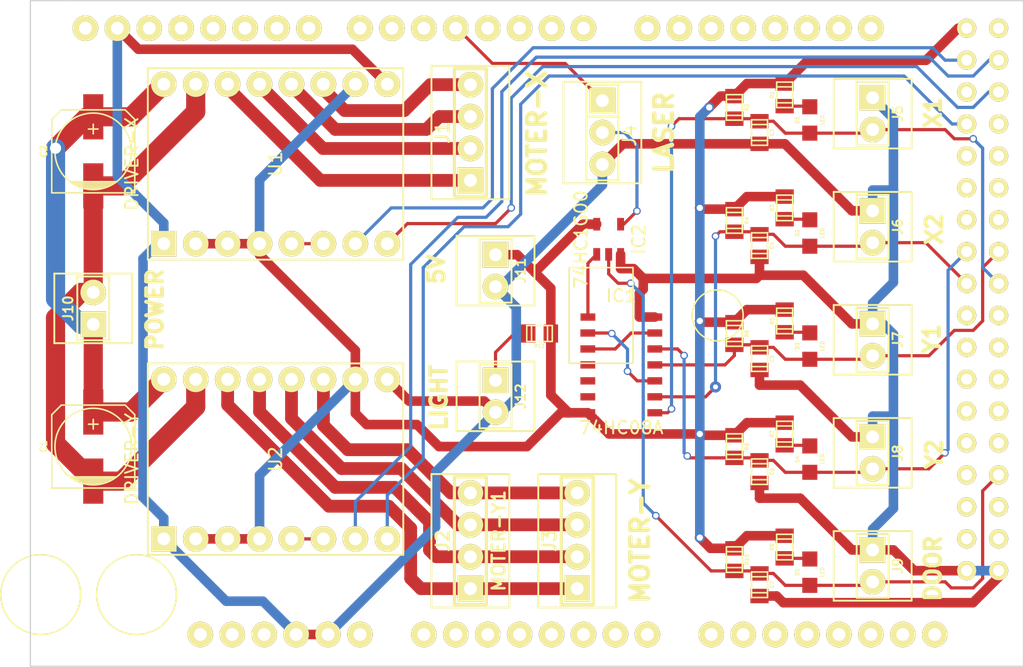
<source format=kicad_pcb>
(kicad_pcb (version 20171130) (host pcbnew "(5.1.12)-1")

  (general
    (thickness 1.6)
    (drawings 6)
    (tracks 388)
    (zones 0)
    (modules 40)
    (nets 35)
  )

  (page A3)
  (title_block
    (title "Smart Laser Arduino Mega Shield")
    (rev 2.0.1)
    (company SmartDIYs)
  )

  (layers
    (0 F.Cu signal)
    (31 B.Cu signal)
    (32 B.Adhes user hide)
    (33 F.Adhes user hide)
    (34 B.Paste user hide)
    (35 F.Paste user hide)
    (36 B.SilkS user hide)
    (37 F.SilkS user hide)
    (38 B.Mask user hide)
    (39 F.Mask user hide)
    (40 Dwgs.User user hide)
    (41 Cmts.User user hide)
    (42 Eco1.User user hide)
    (43 Eco2.User user hide)
    (44 Edge.Cuts user)
  )

  (setup
    (last_trace_width 0.254)
    (trace_clearance 0.254)
    (zone_clearance 0.508)
    (zone_45_only no)
    (trace_min 0.254)
    (via_size 0.889)
    (via_drill 0.635)
    (via_min_size 0.59944)
    (via_min_drill 0.39878)
    (uvia_size 0.508)
    (uvia_drill 0.127)
    (uvias_allowed no)
    (uvia_min_size 0.508)
    (uvia_min_drill 0.127)
    (edge_width 0.1)
    (segment_width 0.2)
    (pcb_text_width 0.3)
    (pcb_text_size 1.5 1.5)
    (mod_edge_width 0.15)
    (mod_text_size 1 1)
    (mod_text_width 0.15)
    (pad_size 2.032 2.032)
    (pad_drill 1.016)
    (pad_to_mask_clearance 0)
    (aux_axis_origin 0 0)
    (visible_elements 7FFFFFFF)
    (pcbplotparams
      (layerselection 0x00030_ffffffff)
      (usegerberextensions true)
      (usegerberattributes true)
      (usegerberadvancedattributes true)
      (creategerberjobfile true)
      (excludeedgelayer true)
      (linewidth 0.150000)
      (plotframeref false)
      (viasonmask false)
      (mode 1)
      (useauxorigin false)
      (hpglpennumber 1)
      (hpglpenspeed 20)
      (hpglpendiameter 15.000000)
      (psnegative false)
      (psa4output false)
      (plotreference true)
      (plotvalue true)
      (plotinvisibletext false)
      (padsonsilk false)
      (subtractmaskfromsilk true)
      (outputformat 1)
      (mirror false)
      (drillshape 0)
      (scaleselection 1)
      (outputdirectory "Gaber/"))
  )

  (net 0 "")
  (net 1 GND)
  (net 2 N-000001)
  (net 3 N-0000010)
  (net 4 N-0000011)
  (net 5 N-000002)
  (net 6 N-000003)
  (net 7 N-000004)
  (net 8 N-0000049)
  (net 9 N-000005)
  (net 10 N-0000050)
  (net 11 N-0000053)
  (net 12 N-0000054)
  (net 13 N-0000055)
  (net 14 N-0000056)
  (net 15 N-0000058)
  (net 16 N-000006)
  (net 17 N-0000061)
  (net 18 N-0000062)
  (net 19 N-0000063)
  (net 20 N-0000064)
  (net 21 N-0000065)
  (net 22 N-0000066)
  (net 23 N-0000067)
  (net 24 N-0000068)
  (net 25 N-0000069)
  (net 26 N-000007)
  (net 27 N-0000070)
  (net 28 N-0000071)
  (net 29 N-0000073)
  (net 30 N-0000077)
  (net 31 N-0000078)
  (net 32 N-000008)
  (net 33 N-000009)
  (net 34 VDD)

  (net_class Default "これは標準のネット クラスです。"
    (clearance 0.254)
    (trace_width 0.254)
    (via_dia 0.889)
    (via_drill 0.635)
    (uvia_dia 0.508)
    (uvia_drill 0.127)
  )

  (net_class 12V ""
    (clearance 0.254)
    (trace_width 1.524)
    (via_dia 1.143)
    (via_drill 0.889)
    (uvia_dia 0.508)
    (uvia_drill 0.127)
    (add_net N-0000077)
    (add_net N-0000078)
  )

  (net_class 5V ""
    (clearance 0.254)
    (trace_width 0.762)
    (via_dia 0.8001)
    (via_drill 0.50038)
    (uvia_dia 0.508)
    (uvia_drill 0.127)
    (add_net GND)
    (add_net VDD)
  )

  (net_class motor ""
    (clearance 0.254)
    (trace_width 1.016)
    (via_dia 0.8001)
    (via_drill 0.50038)
    (uvia_dia 0.508)
    (uvia_drill 0.127)
    (add_net N-000001)
    (add_net N-000002)
    (add_net N-000003)
    (add_net N-000004)
    (add_net N-000006)
    (add_net N-000007)
    (add_net N-000008)
    (add_net N-000009)
  )

  (net_class signal ""
    (clearance 0.1524)
    (trace_width 0.254)
    (via_dia 0.59944)
    (via_drill 0.39878)
    (uvia_dia 0.508)
    (uvia_drill 0.127)
    (add_net N-0000010)
    (add_net N-0000011)
    (add_net N-0000049)
    (add_net N-000005)
    (add_net N-0000050)
    (add_net N-0000053)
    (add_net N-0000054)
    (add_net N-0000055)
    (add_net N-0000056)
    (add_net N-0000058)
    (add_net N-0000061)
    (add_net N-0000062)
    (add_net N-0000063)
    (add_net N-0000064)
    (add_net N-0000065)
    (add_net N-0000066)
    (add_net N-0000067)
    (add_net N-0000068)
    (add_net N-0000069)
    (add_net N-0000070)
    (add_net N-0000071)
    (add_net N-0000073)
  )

  (module PIN_ARRAY_4x1 (layer F.Cu) (tedit 54B5DA77) (tstamp 54B4FF29)
    (at 52 24.5 90)
    (descr "Double rangee de contacts 2 x 5 pins")
    (tags CONN)
    (path /5444B7FE)
    (fp_text reference J1 (at 0 -2.19964 90) (layer F.SilkS)
      (effects (font (size 1.016 1.016) (thickness 0.2032)))
    )
    (fp_text value MOTER-X (at -0.1 5.3 90) (layer F.SilkS)
      (effects (font (size 1.416 1.416) (thickness 0.354)))
    )
    (fp_line (start 5.08 1.27) (end 5.08 -1.27) (layer F.SilkS) (width 0.254))
    (fp_line (start -5.08 -1.27) (end -5.08 1.27) (layer F.SilkS) (width 0.254))
    (fp_line (start 5.08 -1.27) (end -5.08 -1.27) (layer F.SilkS) (width 0.254))
    (fp_line (start 5.08 1.27) (end -5.08 1.27) (layer F.SilkS) (width 0.254))
    (fp_line (start -5.31114 3.0988) (end -5.31114 -3.0988) (layer F.SilkS) (width 0.14986))
    (fp_line (start 5.31114 3.0988) (end -5.31114 3.0988) (layer F.SilkS) (width 0.14986))
    (fp_line (start 5.31114 -3.0988) (end 5.31114 3.0988) (layer F.SilkS) (width 0.14986))
    (fp_line (start -5.31114 -3.0988) (end 5.31114 -3.0988) (layer F.SilkS) (width 0.14986))
    (pad 1 thru_hole rect (at -3.81 0 90) (size 2.032 2.032) (drill 1.016) (layers *.Cu *.Mask F.SilkS)
      (net 7 N-000004))
    (pad 2 thru_hole circle (at -1.27 0 90) (size 2.032 2.032) (drill 1.016) (layers *.Cu *.Mask F.SilkS)
      (net 2 N-000001))
    (pad 3 thru_hole circle (at 1.27 0 90) (size 2.032 2.032) (drill 1.016) (layers *.Cu *.Mask F.SilkS)
      (net 5 N-000002))
    (pad 4 thru_hole circle (at 3.81 0 90) (size 2.032 2.032) (drill 1.016) (layers *.Cu *.Mask F.SilkS)
      (net 6 N-000003))
    (model pin_array\pins_array_4x1.wrl
      (at (xyz 0 0 0))
      (scale (xyz 1 1 1))
      (rotate (xyz 0 0 0))
    )
  )

  (module PIN_ARRAY_4x1 (layer F.Cu) (tedit 546EEAA0) (tstamp 54B4FF39)
    (at 52 57 90)
    (descr "Double rangee de contacts 2 x 5 pins")
    (tags CONN)
    (path /5444B80B)
    (fp_text reference J2 (at 0 -2.19964 90) (layer F.SilkS)
      (effects (font (size 1.016 1.016) (thickness 0.2032)))
    )
    (fp_text value MOTER-Y1 (at 0 2.25044 90) (layer F.SilkS)
      (effects (font (size 1.016 1.016) (thickness 0.2032)))
    )
    (fp_line (start 5.08 1.27) (end 5.08 -1.27) (layer F.SilkS) (width 0.254))
    (fp_line (start -5.08 -1.27) (end -5.08 1.27) (layer F.SilkS) (width 0.254))
    (fp_line (start 5.08 -1.27) (end -5.08 -1.27) (layer F.SilkS) (width 0.254))
    (fp_line (start 5.08 1.27) (end -5.08 1.27) (layer F.SilkS) (width 0.254))
    (fp_line (start -5.31114 3.0988) (end -5.31114 -3.0988) (layer F.SilkS) (width 0.14986))
    (fp_line (start 5.31114 3.0988) (end -5.31114 3.0988) (layer F.SilkS) (width 0.14986))
    (fp_line (start 5.31114 -3.0988) (end 5.31114 3.0988) (layer F.SilkS) (width 0.14986))
    (fp_line (start -5.31114 -3.0988) (end 5.31114 -3.0988) (layer F.SilkS) (width 0.14986))
    (pad 1 thru_hole rect (at -3.81 0 90) (size 2.032 2.032) (drill 1.016) (layers *.Cu *.Mask F.SilkS)
      (net 26 N-000007))
    (pad 2 thru_hole circle (at -1.27 0 90) (size 2.032 2.032) (drill 1.016) (layers *.Cu *.Mask F.SilkS)
      (net 32 N-000008))
    (pad 3 thru_hole circle (at 1.27 0 90) (size 2.032 2.032) (drill 1.016) (layers *.Cu *.Mask F.SilkS)
      (net 16 N-000006))
    (pad 4 thru_hole circle (at 3.81 0 90) (size 2.032 2.032) (drill 1.016) (layers *.Cu *.Mask F.SilkS)
      (net 33 N-000009))
    (model pin_array\pins_array_4x1.wrl
      (at (xyz 0 0 0))
      (scale (xyz 1 1 1))
      (rotate (xyz 0 0 0))
    )
  )

  (module PIN_ARRAY_4x1 (layer F.Cu) (tedit 54B5DA5E) (tstamp 54B4FF49)
    (at 60.5 57 90)
    (descr "Double rangee de contacts 2 x 5 pins")
    (tags CONN)
    (path /5444F9FD)
    (fp_text reference J3 (at 0 -2.19964 90) (layer F.SilkS)
      (effects (font (size 1.016 1.016) (thickness 0.2032)))
    )
    (fp_text value MOTER-Y (at 0 5 90) (layer F.SilkS)
      (effects (font (size 1.416 1.416) (thickness 0.354)))
    )
    (fp_line (start 5.08 1.27) (end 5.08 -1.27) (layer F.SilkS) (width 0.254))
    (fp_line (start -5.08 -1.27) (end -5.08 1.27) (layer F.SilkS) (width 0.254))
    (fp_line (start 5.08 -1.27) (end -5.08 -1.27) (layer F.SilkS) (width 0.254))
    (fp_line (start 5.08 1.27) (end -5.08 1.27) (layer F.SilkS) (width 0.254))
    (fp_line (start -5.31114 3.0988) (end -5.31114 -3.0988) (layer F.SilkS) (width 0.14986))
    (fp_line (start 5.31114 3.0988) (end -5.31114 3.0988) (layer F.SilkS) (width 0.14986))
    (fp_line (start 5.31114 -3.0988) (end 5.31114 3.0988) (layer F.SilkS) (width 0.14986))
    (fp_line (start -5.31114 -3.0988) (end 5.31114 -3.0988) (layer F.SilkS) (width 0.14986))
    (pad 1 thru_hole rect (at -3.81 0 90) (size 2.032 2.032) (drill 1.016) (layers *.Cu *.Mask F.SilkS)
      (net 26 N-000007))
    (pad 2 thru_hole circle (at -1.27 0 90) (size 2.032 2.032) (drill 1.016) (layers *.Cu *.Mask F.SilkS)
      (net 32 N-000008))
    (pad 3 thru_hole circle (at 1.27 0 90) (size 2.032 2.032) (drill 1.016) (layers *.Cu *.Mask F.SilkS)
      (net 16 N-000006))
    (pad 4 thru_hole circle (at 3.81 0 90) (size 2.032 2.032) (drill 1.016) (layers *.Cu *.Mask F.SilkS)
      (net 33 N-000009))
    (model pin_array\pins_array_4x1.wrl
      (at (xyz 0 0 0))
      (scale (xyz 1 1 1))
      (rotate (xyz 0 0 0))
    )
  )

  (module PIN_ARRAY_3X1 (layer F.Cu) (tedit 54B5DA85) (tstamp 54B4FF59)
    (at 62.5 24.5 270)
    (descr "Connecteur 3 pins")
    (tags "CONN DEV")
    (path /5444B80C)
    (fp_text reference J4 (at 0.254 -2.159 270) (layer F.SilkS)
      (effects (font (size 1.016 1.016) (thickness 0.1524)))
    )
    (fp_text value LASER (at 0 -4.9 270) (layer F.SilkS)
      (effects (font (size 1.416 1.416) (thickness 0.354)))
    )
    (fp_line (start -1.27 -1.27) (end -1.27 1.27) (layer F.SilkS) (width 0.1524))
    (fp_line (start 3.81 1.27) (end -3.81 1.27) (layer F.SilkS) (width 0.1524))
    (fp_line (start 3.81 -1.27) (end 3.81 1.27) (layer F.SilkS) (width 0.1524))
    (fp_line (start -3.81 -1.27) (end 3.81 -1.27) (layer F.SilkS) (width 0.1524))
    (fp_line (start -3.81 1.27) (end -3.81 -1.27) (layer F.SilkS) (width 0.1524))
    (fp_line (start -4.04114 3.0988) (end -4.04114 -3.0988) (layer F.SilkS) (width 0.14986))
    (fp_line (start 4.04114 3.0988) (end -4.04114 3.0988) (layer F.SilkS) (width 0.14986))
    (fp_line (start 4.04114 -3.0988) (end 4.04114 3.0988) (layer F.SilkS) (width 0.14986))
    (fp_line (start -4.04114 -3.0988) (end 4.04114 -3.0988) (layer F.SilkS) (width 0.14986))
    (pad 1 thru_hole rect (at -2.54 0 270) (size 2.032 2.032) (drill 1.016) (layers *.Cu *.Mask F.SilkS)
      (net 11 N-0000053))
    (pad 2 thru_hole circle (at 0 0 270) (size 2.032 2.032) (drill 1.016) (layers *.Cu *.Mask F.SilkS)
      (net 14 N-0000056))
    (pad 3 thru_hole circle (at 2.54 0 270) (size 2.032 2.032) (drill 1.016) (layers *.Cu *.Mask F.SilkS)
      (net 1 GND))
    (model pin_array/pins_array_3x1.wrl
      (at (xyz 0 0 0))
      (scale (xyz 1 1 1))
      (rotate (xyz 0 0 0))
    )
  )

  (module PIN_ARRAY_2X1 (layer F.Cu) (tedit 54B5DAC1) (tstamp 54B5CD74)
    (at 54 45.5 270)
    (descr "Connecteurs 2 pins")
    (tags "CONN DEV")
    (path /54B4F8F3)
    (fp_text reference J12 (at 0 -1.99898 270) (layer F.SilkS)
      (effects (font (size 0.762 0.762) (thickness 0.1524)))
    )
    (fp_text value LIGHT (at 0.1 4.5 270) (layer F.SilkS)
      (effects (font (size 1.262 1.262) (thickness 0.3155)))
    )
    (fp_line (start 2.54 1.27) (end -2.54 1.27) (layer F.SilkS) (width 0.1524))
    (fp_line (start 2.54 -1.27) (end 2.54 1.27) (layer F.SilkS) (width 0.1524))
    (fp_line (start -2.54 -1.27) (end 2.54 -1.27) (layer F.SilkS) (width 0.1524))
    (fp_line (start -2.54 1.27) (end -2.54 -1.27) (layer F.SilkS) (width 0.1524))
    (fp_line (start -2.77114 3.0988) (end -2.77114 -3.0988) (layer F.SilkS) (width 0.14986))
    (fp_line (start 2.77114 3.0988) (end -2.77114 3.0988) (layer F.SilkS) (width 0.14986))
    (fp_line (start 2.77114 -3.0988) (end 2.77114 3.0988) (layer F.SilkS) (width 0.14986))
    (fp_line (start -2.77114 -3.0988) (end 2.77114 -3.0988) (layer F.SilkS) (width 0.14986))
    (pad 1 thru_hole rect (at -1.27 0 270) (size 2.032 2.032) (drill 1.016) (layers *.Cu *.Mask F.SilkS)
      (net 15 N-0000058))
    (pad 2 thru_hole circle (at 1.27 0 270) (size 2.032 2.032) (drill 1.016) (layers *.Cu *.Mask F.SilkS)
      (net 1 GND))
    (model pin_array/pins_array_2x1.wrl
      (at (xyz 0 0 0))
      (scale (xyz 1 1 1))
      (rotate (xyz 0 0 0))
    )
  )

  (module PIN_ARRAY_2X1 (layer F.Cu) (tedit 54B5DADB) (tstamp 54B4FF75)
    (at 22 38.5 90)
    (descr "Connecteurs 2 pins")
    (tags "CONN DEV")
    (path /5444BAE5)
    (fp_text reference J10 (at 0 -1.99898 90) (layer F.SilkS)
      (effects (font (size 0.762 0.762) (thickness 0.1524)))
    )
    (fp_text value POWER (at -0.1 4.9 90) (layer F.SilkS)
      (effects (font (size 1.262 1.262) (thickness 0.3155)))
    )
    (fp_line (start 2.54 1.27) (end -2.54 1.27) (layer F.SilkS) (width 0.1524))
    (fp_line (start 2.54 -1.27) (end 2.54 1.27) (layer F.SilkS) (width 0.1524))
    (fp_line (start -2.54 -1.27) (end 2.54 -1.27) (layer F.SilkS) (width 0.1524))
    (fp_line (start -2.54 1.27) (end -2.54 -1.27) (layer F.SilkS) (width 0.1524))
    (fp_line (start -2.77114 3.0988) (end -2.77114 -3.0988) (layer F.SilkS) (width 0.14986))
    (fp_line (start 2.77114 3.0988) (end -2.77114 3.0988) (layer F.SilkS) (width 0.14986))
    (fp_line (start 2.77114 -3.0988) (end 2.77114 3.0988) (layer F.SilkS) (width 0.14986))
    (fp_line (start -2.77114 -3.0988) (end 2.77114 -3.0988) (layer F.SilkS) (width 0.14986))
    (pad 1 thru_hole rect (at -1.27 0 90) (size 2.032 2.032) (drill 1.016) (layers *.Cu *.Mask F.SilkS)
      (net 30 N-0000077))
    (pad 2 thru_hole circle (at 1.27 0 90) (size 2.032 2.032) (drill 1.016) (layers *.Cu *.Mask F.SilkS)
      (net 31 N-0000078))
    (model pin_array/pins_array_2x1.wrl
      (at (xyz 0 0 0))
      (scale (xyz 1 1 1))
      (rotate (xyz 0 0 0))
    )
  )

  (module PIN_ARRAY_2X1 (layer F.Cu) (tedit 54B5DAF5) (tstamp 54B4FF83)
    (at 84 59 270)
    (descr "Connecteurs 2 pins")
    (tags "CONN DEV")
    (path /546EEE35)
    (fp_text reference J9 (at 0 -1.99898 270) (layer F.SilkS)
      (effects (font (size 0.762 0.762) (thickness 0.1524)))
    )
    (fp_text value DOOR (at 0.2 -4.8 270) (layer F.SilkS)
      (effects (font (size 1.262 1.262) (thickness 0.3155)))
    )
    (fp_line (start 2.54 1.27) (end -2.54 1.27) (layer F.SilkS) (width 0.1524))
    (fp_line (start 2.54 -1.27) (end 2.54 1.27) (layer F.SilkS) (width 0.1524))
    (fp_line (start -2.54 -1.27) (end 2.54 -1.27) (layer F.SilkS) (width 0.1524))
    (fp_line (start -2.54 1.27) (end -2.54 -1.27) (layer F.SilkS) (width 0.1524))
    (fp_line (start -2.77114 3.0988) (end -2.77114 -3.0988) (layer F.SilkS) (width 0.14986))
    (fp_line (start 2.77114 3.0988) (end -2.77114 3.0988) (layer F.SilkS) (width 0.14986))
    (fp_line (start 2.77114 -3.0988) (end 2.77114 3.0988) (layer F.SilkS) (width 0.14986))
    (fp_line (start -2.77114 -3.0988) (end 2.77114 -3.0988) (layer F.SilkS) (width 0.14986))
    (pad 1 thru_hole rect (at -1.27 0 270) (size 2.032 2.032) (drill 1.016) (layers *.Cu *.Mask F.SilkS)
      (net 1 GND))
    (pad 2 thru_hole circle (at 1.27 0 270) (size 2.032 2.032) (drill 1.016) (layers *.Cu *.Mask F.SilkS)
      (net 27 N-0000070))
    (model pin_array/pins_array_2x1.wrl
      (at (xyz 0 0 0))
      (scale (xyz 1 1 1))
      (rotate (xyz 0 0 0))
    )
  )

  (module PIN_ARRAY_2X1 (layer F.Cu) (tedit 54B5DB1E) (tstamp 54B4FF91)
    (at 84 50 270)
    (descr "Connecteurs 2 pins")
    (tags "CONN DEV")
    (path /546EEE19)
    (fp_text reference J8 (at 0 -1.99898 270) (layer F.SilkS)
      (effects (font (size 0.762 0.762) (thickness 0.1524)))
    )
    (fp_text value Y2 (at 0.1 -4.9 270) (layer F.SilkS)
      (effects (font (size 1.262 1.262) (thickness 0.3155)))
    )
    (fp_line (start 2.54 1.27) (end -2.54 1.27) (layer F.SilkS) (width 0.1524))
    (fp_line (start 2.54 -1.27) (end 2.54 1.27) (layer F.SilkS) (width 0.1524))
    (fp_line (start -2.54 -1.27) (end 2.54 -1.27) (layer F.SilkS) (width 0.1524))
    (fp_line (start -2.54 1.27) (end -2.54 -1.27) (layer F.SilkS) (width 0.1524))
    (fp_line (start -2.77114 3.0988) (end -2.77114 -3.0988) (layer F.SilkS) (width 0.14986))
    (fp_line (start 2.77114 3.0988) (end -2.77114 3.0988) (layer F.SilkS) (width 0.14986))
    (fp_line (start 2.77114 -3.0988) (end 2.77114 3.0988) (layer F.SilkS) (width 0.14986))
    (fp_line (start -2.77114 -3.0988) (end 2.77114 -3.0988) (layer F.SilkS) (width 0.14986))
    (pad 1 thru_hole rect (at -1.27 0 270) (size 2.032 2.032) (drill 1.016) (layers *.Cu *.Mask F.SilkS)
      (net 1 GND))
    (pad 2 thru_hole circle (at 1.27 0 270) (size 2.032 2.032) (drill 1.016) (layers *.Cu *.Mask F.SilkS)
      (net 24 N-0000068))
    (model pin_array/pins_array_2x1.wrl
      (at (xyz 0 0 0))
      (scale (xyz 1 1 1))
      (rotate (xyz 0 0 0))
    )
  )

  (module PIN_ARRAY_2X1 (layer F.Cu) (tedit 54B5DB25) (tstamp 54B4FF9F)
    (at 84 41 270)
    (descr "Connecteurs 2 pins")
    (tags "CONN DEV")
    (path /546EED2E)
    (fp_text reference J7 (at 0 -1.99898 270) (layer F.SilkS)
      (effects (font (size 0.762 0.762) (thickness 0.1524)))
    )
    (fp_text value Y1 (at -0.1 -4.7 270) (layer F.SilkS)
      (effects (font (size 1.262 1.262) (thickness 0.3155)))
    )
    (fp_line (start 2.54 1.27) (end -2.54 1.27) (layer F.SilkS) (width 0.1524))
    (fp_line (start 2.54 -1.27) (end 2.54 1.27) (layer F.SilkS) (width 0.1524))
    (fp_line (start -2.54 -1.27) (end 2.54 -1.27) (layer F.SilkS) (width 0.1524))
    (fp_line (start -2.54 1.27) (end -2.54 -1.27) (layer F.SilkS) (width 0.1524))
    (fp_line (start -2.77114 3.0988) (end -2.77114 -3.0988) (layer F.SilkS) (width 0.14986))
    (fp_line (start 2.77114 3.0988) (end -2.77114 3.0988) (layer F.SilkS) (width 0.14986))
    (fp_line (start 2.77114 -3.0988) (end 2.77114 3.0988) (layer F.SilkS) (width 0.14986))
    (fp_line (start -2.77114 -3.0988) (end 2.77114 -3.0988) (layer F.SilkS) (width 0.14986))
    (pad 1 thru_hole rect (at -1.27 0 270) (size 2.032 2.032) (drill 1.016) (layers *.Cu *.Mask F.SilkS)
      (net 1 GND))
    (pad 2 thru_hole circle (at 1.27 0 270) (size 2.032 2.032) (drill 1.016) (layers *.Cu *.Mask F.SilkS)
      (net 28 N-0000071))
    (model pin_array/pins_array_2x1.wrl
      (at (xyz 0 0 0))
      (scale (xyz 1 1 1))
      (rotate (xyz 0 0 0))
    )
  )

  (module PIN_ARRAY_2X1 (layer F.Cu) (tedit 54B5DB34) (tstamp 54B4FFAD)
    (at 84 32 270)
    (descr "Connecteurs 2 pins")
    (tags "CONN DEV")
    (path /546EEC42)
    (fp_text reference J6 (at 0 -1.99898 270) (layer F.SilkS)
      (effects (font (size 0.762 0.762) (thickness 0.1524)))
    )
    (fp_text value X2 (at 0.2 -4.9 270) (layer F.SilkS)
      (effects (font (size 1.262 1.262) (thickness 0.3155)))
    )
    (fp_line (start 2.54 1.27) (end -2.54 1.27) (layer F.SilkS) (width 0.1524))
    (fp_line (start 2.54 -1.27) (end 2.54 1.27) (layer F.SilkS) (width 0.1524))
    (fp_line (start -2.54 -1.27) (end 2.54 -1.27) (layer F.SilkS) (width 0.1524))
    (fp_line (start -2.54 1.27) (end -2.54 -1.27) (layer F.SilkS) (width 0.1524))
    (fp_line (start -2.77114 3.0988) (end -2.77114 -3.0988) (layer F.SilkS) (width 0.14986))
    (fp_line (start 2.77114 3.0988) (end -2.77114 3.0988) (layer F.SilkS) (width 0.14986))
    (fp_line (start 2.77114 -3.0988) (end 2.77114 3.0988) (layer F.SilkS) (width 0.14986))
    (fp_line (start -2.77114 -3.0988) (end 2.77114 -3.0988) (layer F.SilkS) (width 0.14986))
    (pad 1 thru_hole rect (at -1.27 0 270) (size 2.032 2.032) (drill 1.016) (layers *.Cu *.Mask F.SilkS)
      (net 1 GND))
    (pad 2 thru_hole circle (at 1.27 0 270) (size 2.032 2.032) (drill 1.016) (layers *.Cu *.Mask F.SilkS)
      (net 23 N-0000067))
    (model pin_array/pins_array_2x1.wrl
      (at (xyz 0 0 0))
      (scale (xyz 1 1 1))
      (rotate (xyz 0 0 0))
    )
  )

  (module PIN_ARRAY_2X1 (layer F.Cu) (tedit 54B5DAC4) (tstamp 54B5CD83)
    (at 54 35.5 270)
    (descr "Connecteurs 2 pins")
    (tags "CONN DEV")
    (path /546EE834)
    (fp_text reference J11 (at 0 -1.99898 270) (layer F.SilkS)
      (effects (font (size 0.762 0.762) (thickness 0.1524)))
    )
    (fp_text value 5V (at -0.1 4.7 270) (layer F.SilkS)
      (effects (font (size 1.262 1.262) (thickness 0.3155)))
    )
    (fp_line (start 2.54 1.27) (end -2.54 1.27) (layer F.SilkS) (width 0.1524))
    (fp_line (start 2.54 -1.27) (end 2.54 1.27) (layer F.SilkS) (width 0.1524))
    (fp_line (start -2.54 -1.27) (end 2.54 -1.27) (layer F.SilkS) (width 0.1524))
    (fp_line (start -2.54 1.27) (end -2.54 -1.27) (layer F.SilkS) (width 0.1524))
    (fp_line (start -2.77114 3.0988) (end -2.77114 -3.0988) (layer F.SilkS) (width 0.14986))
    (fp_line (start 2.77114 3.0988) (end -2.77114 3.0988) (layer F.SilkS) (width 0.14986))
    (fp_line (start 2.77114 -3.0988) (end 2.77114 3.0988) (layer F.SilkS) (width 0.14986))
    (fp_line (start -2.77114 -3.0988) (end 2.77114 -3.0988) (layer F.SilkS) (width 0.14986))
    (pad 1 thru_hole rect (at -1.27 0 270) (size 2.032 2.032) (drill 1.016) (layers *.Cu *.Mask F.SilkS)
      (net 34 VDD))
    (pad 2 thru_hole circle (at 1.27 0 270) (size 2.032 2.032) (drill 1.016) (layers *.Cu *.Mask F.SilkS)
      (net 1 GND))
    (model pin_array/pins_array_2x1.wrl
      (at (xyz 0 0 0))
      (scale (xyz 1 1 1))
      (rotate (xyz 0 0 0))
    )
  )

  (module PIN_ARRAY_2X1 (layer F.Cu) (tedit 54B5DB44) (tstamp 54B4FFC9)
    (at 84 23 270)
    (descr "Connecteurs 2 pins")
    (tags "CONN DEV")
    (path /546EEAEC)
    (fp_text reference J5 (at 0 -1.99898 270) (layer F.SilkS)
      (effects (font (size 0.762 0.762) (thickness 0.1524)))
    )
    (fp_text value X1 (at -0.1 -4.8 270) (layer F.SilkS)
      (effects (font (size 1.262 1.262) (thickness 0.3155)))
    )
    (fp_line (start 2.54 1.27) (end -2.54 1.27) (layer F.SilkS) (width 0.1524))
    (fp_line (start 2.54 -1.27) (end 2.54 1.27) (layer F.SilkS) (width 0.1524))
    (fp_line (start -2.54 -1.27) (end 2.54 -1.27) (layer F.SilkS) (width 0.1524))
    (fp_line (start -2.54 1.27) (end -2.54 -1.27) (layer F.SilkS) (width 0.1524))
    (fp_line (start -2.77114 3.0988) (end -2.77114 -3.0988) (layer F.SilkS) (width 0.14986))
    (fp_line (start 2.77114 3.0988) (end -2.77114 3.0988) (layer F.SilkS) (width 0.14986))
    (fp_line (start 2.77114 -3.0988) (end 2.77114 3.0988) (layer F.SilkS) (width 0.14986))
    (fp_line (start -2.77114 -3.0988) (end 2.77114 -3.0988) (layer F.SilkS) (width 0.14986))
    (pad 1 thru_hole rect (at -1.27 0 270) (size 2.032 2.032) (drill 1.016) (layers *.Cu *.Mask F.SilkS)
      (net 1 GND))
    (pad 2 thru_hole circle (at 1.27 0 270) (size 2.032 2.032) (drill 1.016) (layers *.Cu *.Mask F.SilkS)
      (net 21 N-0000065))
    (model pin_array/pins_array_2x1.wrl
      (at (xyz 0 0 0))
      (scale (xyz 1 1 1))
      (rotate (xyz 0 0 0))
    )
  )

  (module C_LED (layer F.Cu) (tedit 546EF146) (tstamp 54B4FFCF)
    (at 79 41.5 270)
    (path /5445BF81)
    (fp_text reference D3 (at 0 0.9906 270) (layer F.SilkS)
      (effects (font (size 0.29972 0.29972) (thickness 0.06096)))
    )
    (fp_text value LED (at 0 -0.9906 270) (layer F.SilkS)
      (effects (font (size 0.29972 0.29972) (thickness 0.06096)))
    )
    (pad 1 smd rect (at -1.05 0 270) (size 1.2 1.2) (layers F.Cu F.Paste F.Mask)
      (net 19 N-0000063))
    (pad 2 smd rect (at 1.05 0 270) (size 1.2 1.2) (layers F.Cu F.Paste F.Mask)
      (net 28 N-0000071))
  )

  (module C_LED (layer F.Cu) (tedit 546EF146) (tstamp 54B4FFD5)
    (at 79 50.5 270)
    (path /5445C29D)
    (fp_text reference D4 (at 0 0.9906 270) (layer F.SilkS)
      (effects (font (size 0.29972 0.29972) (thickness 0.06096)))
    )
    (fp_text value LED (at 0 -0.9906 270) (layer F.SilkS)
      (effects (font (size 0.29972 0.29972) (thickness 0.06096)))
    )
    (pad 1 smd rect (at -1.05 0 270) (size 1.2 1.2) (layers F.Cu F.Paste F.Mask)
      (net 29 N-0000073))
    (pad 2 smd rect (at 1.05 0 270) (size 1.2 1.2) (layers F.Cu F.Paste F.Mask)
      (net 24 N-0000068))
  )

  (module C_LED (layer F.Cu) (tedit 546EF146) (tstamp 54B4FFDB)
    (at 79 32.5 270)
    (path /5445BAB7)
    (fp_text reference D2 (at 0 0.9906 270) (layer F.SilkS)
      (effects (font (size 0.29972 0.29972) (thickness 0.06096)))
    )
    (fp_text value LED (at 0 -0.9906 270) (layer F.SilkS)
      (effects (font (size 0.29972 0.29972) (thickness 0.06096)))
    )
    (pad 1 smd rect (at -1.05 0 270) (size 1.2 1.2) (layers F.Cu F.Paste F.Mask)
      (net 22 N-0000066))
    (pad 2 smd rect (at 1.05 0 270) (size 1.2 1.2) (layers F.Cu F.Paste F.Mask)
      (net 23 N-0000067))
  )

  (module C_LED (layer F.Cu) (tedit 546EF146) (tstamp 54B4FFE1)
    (at 79 59.5 270)
    (path /5445C919)
    (fp_text reference D5 (at 0 0.9906 270) (layer F.SilkS)
      (effects (font (size 0.29972 0.29972) (thickness 0.06096)))
    )
    (fp_text value LED (at 0 -0.9906 270) (layer F.SilkS)
      (effects (font (size 0.29972 0.29972) (thickness 0.06096)))
    )
    (pad 1 smd rect (at -1.05 0 270) (size 1.2 1.2) (layers F.Cu F.Paste F.Mask)
      (net 25 N-0000069))
    (pad 2 smd rect (at 1.05 0 270) (size 1.2 1.2) (layers F.Cu F.Paste F.Mask)
      (net 27 N-0000070))
  )

  (module C_LED (layer F.Cu) (tedit 546EF146) (tstamp 54B4FFE7)
    (at 79 23.5 270)
    (path /5445AF60)
    (fp_text reference D1 (at 0 0.9906 270) (layer F.SilkS)
      (effects (font (size 0.29972 0.29972) (thickness 0.06096)))
    )
    (fp_text value LED (at 0 -0.9906 270) (layer F.SilkS)
      (effects (font (size 0.29972 0.29972) (thickness 0.06096)))
    )
    (pad 1 smd rect (at -1.05 0 270) (size 1.2 1.2) (layers F.Cu F.Paste F.Mask)
      (net 20 N-0000064))
    (pad 2 smd rect (at 1.05 0 270) (size 1.2 1.2) (layers F.Cu F.Paste F.Mask)
      (net 21 N-0000065))
  )

  (module C_ELEC_6.3x7.7 (layer F.Cu) (tedit 49F5C0C2) (tstamp 54B4FFFB)
    (at 22 26 90)
    (descr "SMT capacitor, aluminium electrolytic, 6.3x7.7")
    (path /5444BD96)
    (fp_text reference C2 (at 0 -3.937 90) (layer F.SilkS)
      (effects (font (size 0.50038 0.50038) (thickness 0.11938)))
    )
    (fp_text value 100uF (at 0 3.81 90) (layer F.SilkS) hide
      (effects (font (size 0.50038 0.50038) (thickness 0.11938)))
    )
    (fp_circle (center 0 0) (end -3.048 0) (layer F.SilkS) (width 0.127))
    (fp_line (start 1.778 -0.381) (end 1.778 0.381) (layer F.SilkS) (width 0.127))
    (fp_line (start 2.159 0) (end 1.397 0) (layer F.SilkS) (width 0.127))
    (fp_line (start 2.54 -3.302) (end -3.302 -3.302) (layer F.SilkS) (width 0.127))
    (fp_line (start 3.302 -2.54) (end 2.54 -3.302) (layer F.SilkS) (width 0.127))
    (fp_line (start 3.302 2.54) (end 3.302 -2.54) (layer F.SilkS) (width 0.127))
    (fp_line (start 2.54 3.302) (end 3.302 2.54) (layer F.SilkS) (width 0.127))
    (fp_line (start -3.302 3.302) (end 2.54 3.302) (layer F.SilkS) (width 0.127))
    (fp_line (start -3.302 -3.302) (end -3.302 3.302) (layer F.SilkS) (width 0.127))
    (fp_line (start -2.413 -1.778) (end -2.413 1.778) (layer F.SilkS) (width 0.127))
    (fp_line (start -2.54 1.651) (end -2.54 -1.651) (layer F.SilkS) (width 0.127))
    (fp_line (start -2.667 -1.397) (end -2.667 1.397) (layer F.SilkS) (width 0.127))
    (fp_line (start -2.794 1.143) (end -2.794 -1.143) (layer F.SilkS) (width 0.127))
    (fp_line (start -2.921 -0.762) (end -2.921 0.762) (layer F.SilkS) (width 0.127))
    (pad 1 smd rect (at 2.75082 0 90) (size 3.59918 1.6002) (layers F.Cu F.Paste F.Mask)
      (net 30 N-0000077))
    (pad 2 smd rect (at -2.75082 0 90) (size 3.59918 1.6002) (layers F.Cu F.Paste F.Mask)
      (net 31 N-0000078))
    (model smd/capacitors/c_elec_6_3x7_7.wrl
      (at (xyz 0 0 0))
      (scale (xyz 1 1 1))
      (rotate (xyz 0 0 0))
    )
  )

  (module C_ELEC_6.3x7.7 (layer F.Cu) (tedit 49F5C0C2) (tstamp 54B5000F)
    (at 22 49.5 90)
    (descr "SMT capacitor, aluminium electrolytic, 6.3x7.7")
    (path /5444BD6E)
    (fp_text reference C1 (at 0 -3.937 90) (layer F.SilkS)
      (effects (font (size 0.50038 0.50038) (thickness 0.11938)))
    )
    (fp_text value 100uF (at 0 3.81 90) (layer F.SilkS) hide
      (effects (font (size 0.50038 0.50038) (thickness 0.11938)))
    )
    (fp_circle (center 0 0) (end -3.048 0) (layer F.SilkS) (width 0.127))
    (fp_line (start 1.778 -0.381) (end 1.778 0.381) (layer F.SilkS) (width 0.127))
    (fp_line (start 2.159 0) (end 1.397 0) (layer F.SilkS) (width 0.127))
    (fp_line (start 2.54 -3.302) (end -3.302 -3.302) (layer F.SilkS) (width 0.127))
    (fp_line (start 3.302 -2.54) (end 2.54 -3.302) (layer F.SilkS) (width 0.127))
    (fp_line (start 3.302 2.54) (end 3.302 -2.54) (layer F.SilkS) (width 0.127))
    (fp_line (start 2.54 3.302) (end 3.302 2.54) (layer F.SilkS) (width 0.127))
    (fp_line (start -3.302 3.302) (end 2.54 3.302) (layer F.SilkS) (width 0.127))
    (fp_line (start -3.302 -3.302) (end -3.302 3.302) (layer F.SilkS) (width 0.127))
    (fp_line (start -2.413 -1.778) (end -2.413 1.778) (layer F.SilkS) (width 0.127))
    (fp_line (start -2.54 1.651) (end -2.54 -1.651) (layer F.SilkS) (width 0.127))
    (fp_line (start -2.667 -1.397) (end -2.667 1.397) (layer F.SilkS) (width 0.127))
    (fp_line (start -2.794 1.143) (end -2.794 -1.143) (layer F.SilkS) (width 0.127))
    (fp_line (start -2.921 -0.762) (end -2.921 0.762) (layer F.SilkS) (width 0.127))
    (pad 1 smd rect (at 2.75082 0 90) (size 3.59918 1.6002) (layers F.Cu F.Paste F.Mask)
      (net 30 N-0000077))
    (pad 2 smd rect (at -2.75082 0 90) (size 3.59918 1.6002) (layers F.Cu F.Paste F.Mask)
      (net 31 N-0000078))
    (model smd/capacitors/c_elec_6_3x7_7.wrl
      (at (xyz 0 0 0))
      (scale (xyz 1 1 1))
      (rotate (xyz 0 0 0))
    )
  )

  (module C_0805 (layer F.Cu) (tedit 50818BFC) (tstamp 54B5001B)
    (at 73 40.5 270)
    (descr "SMT capacitor, 0805")
    (path /5445BF6F)
    (fp_text reference R6 (at 0 -0.9906 270) (layer F.SilkS)
      (effects (font (size 0.29972 0.29972) (thickness 0.06096)))
    )
    (fp_text value 10K (at 0 0.9906 270) (layer F.SilkS) hide
      (effects (font (size 0.29972 0.29972) (thickness 0.06096)))
    )
    (fp_line (start -1.016 0.635) (end -1.016 -0.635) (layer F.SilkS) (width 0.127))
    (fp_line (start 1.016 0.635) (end -1.016 0.635) (layer F.SilkS) (width 0.127))
    (fp_line (start 1.016 -0.635) (end 1.016 0.635) (layer F.SilkS) (width 0.127))
    (fp_line (start -1.016 -0.635) (end 1.016 -0.635) (layer F.SilkS) (width 0.127))
    (fp_line (start -0.635 -0.635) (end -0.635 0.6096) (layer F.SilkS) (width 0.127))
    (fp_line (start 0.635 -0.635) (end 0.635 0.635) (layer F.SilkS) (width 0.127))
    (pad 1 smd rect (at 0.89916 0 270) (size 1.15062 1.45034) (layers F.Cu F.Paste F.Mask)
      (net 28 N-0000071))
    (pad 2 smd rect (at -0.89916 0 270) (size 1.15062 1.45034) (layers F.Cu F.Paste F.Mask)
      (net 34 VDD))
    (model smd/capacitors/c_0805.wrl
      (at (xyz 0 0 0))
      (scale (xyz 1 1 1))
      (rotate (xyz 0 0 0))
    )
  )

  (module C_0805 (layer F.Cu) (tedit 50818BFC) (tstamp 54B50027)
    (at 77 48.5 90)
    (descr "SMT capacitor, 0805")
    (path /5445C297)
    (fp_text reference R7 (at 0 -0.9906 90) (layer F.SilkS)
      (effects (font (size 0.29972 0.29972) (thickness 0.06096)))
    )
    (fp_text value 1K (at 0 0.9906 90) (layer F.SilkS) hide
      (effects (font (size 0.29972 0.29972) (thickness 0.06096)))
    )
    (fp_line (start -1.016 0.635) (end -1.016 -0.635) (layer F.SilkS) (width 0.127))
    (fp_line (start 1.016 0.635) (end -1.016 0.635) (layer F.SilkS) (width 0.127))
    (fp_line (start 1.016 -0.635) (end 1.016 0.635) (layer F.SilkS) (width 0.127))
    (fp_line (start -1.016 -0.635) (end 1.016 -0.635) (layer F.SilkS) (width 0.127))
    (fp_line (start -0.635 -0.635) (end -0.635 0.6096) (layer F.SilkS) (width 0.127))
    (fp_line (start 0.635 -0.635) (end 0.635 0.635) (layer F.SilkS) (width 0.127))
    (pad 1 smd rect (at 0.89916 0 90) (size 1.15062 1.45034) (layers F.Cu F.Paste F.Mask)
      (net 34 VDD))
    (pad 2 smd rect (at -0.89916 0 90) (size 1.15062 1.45034) (layers F.Cu F.Paste F.Mask)
      (net 29 N-0000073))
    (model smd/capacitors/c_0805.wrl
      (at (xyz 0 0 0))
      (scale (xyz 1 1 1))
      (rotate (xyz 0 0 0))
    )
  )

  (module C_0805 (layer F.Cu) (tedit 50818BFC) (tstamp 54B50033)
    (at 75 60.5 270)
    (descr "SMT capacitor, 0805")
    (path /5445C900)
    (fp_text reference C7 (at 0 -0.9906 270) (layer F.SilkS)
      (effects (font (size 0.29972 0.29972) (thickness 0.06096)))
    )
    (fp_text value 0u1 (at 0 0.9906 270) (layer F.SilkS) hide
      (effects (font (size 0.29972 0.29972) (thickness 0.06096)))
    )
    (fp_line (start -1.016 0.635) (end -1.016 -0.635) (layer F.SilkS) (width 0.127))
    (fp_line (start 1.016 0.635) (end -1.016 0.635) (layer F.SilkS) (width 0.127))
    (fp_line (start 1.016 -0.635) (end 1.016 0.635) (layer F.SilkS) (width 0.127))
    (fp_line (start -1.016 -0.635) (end 1.016 -0.635) (layer F.SilkS) (width 0.127))
    (fp_line (start -0.635 -0.635) (end -0.635 0.6096) (layer F.SilkS) (width 0.127))
    (fp_line (start 0.635 -0.635) (end 0.635 0.635) (layer F.SilkS) (width 0.127))
    (pad 1 smd rect (at 0.89916 0 270) (size 1.15062 1.45034) (layers F.Cu F.Paste F.Mask)
      (net 1 GND))
    (pad 2 smd rect (at -0.89916 0 270) (size 1.15062 1.45034) (layers F.Cu F.Paste F.Mask)
      (net 27 N-0000070))
    (model smd/capacitors/c_0805.wrl
      (at (xyz 0 0 0))
      (scale (xyz 1 1 1))
      (rotate (xyz 0 0 0))
    )
  )

  (module C_0805 (layer F.Cu) (tedit 50818BFC) (tstamp 54B5003F)
    (at 73 58.5 270)
    (descr "SMT capacitor, 0805")
    (path /5445C907)
    (fp_text reference R10 (at 0 -0.9906 270) (layer F.SilkS)
      (effects (font (size 0.29972 0.29972) (thickness 0.06096)))
    )
    (fp_text value 10K (at 0 0.9906 270) (layer F.SilkS) hide
      (effects (font (size 0.29972 0.29972) (thickness 0.06096)))
    )
    (fp_line (start -1.016 0.635) (end -1.016 -0.635) (layer F.SilkS) (width 0.127))
    (fp_line (start 1.016 0.635) (end -1.016 0.635) (layer F.SilkS) (width 0.127))
    (fp_line (start 1.016 -0.635) (end 1.016 0.635) (layer F.SilkS) (width 0.127))
    (fp_line (start -1.016 -0.635) (end 1.016 -0.635) (layer F.SilkS) (width 0.127))
    (fp_line (start -0.635 -0.635) (end -0.635 0.6096) (layer F.SilkS) (width 0.127))
    (fp_line (start 0.635 -0.635) (end 0.635 0.635) (layer F.SilkS) (width 0.127))
    (pad 1 smd rect (at 0.89916 0 270) (size 1.15062 1.45034) (layers F.Cu F.Paste F.Mask)
      (net 27 N-0000070))
    (pad 2 smd rect (at -0.89916 0 270) (size 1.15062 1.45034) (layers F.Cu F.Paste F.Mask)
      (net 34 VDD))
    (model smd/capacitors/c_0805.wrl
      (at (xyz 0 0 0))
      (scale (xyz 1 1 1))
      (rotate (xyz 0 0 0))
    )
  )

  (module C_0805 (layer F.Cu) (tedit 50818BFC) (tstamp 54B5004B)
    (at 77 57.5 90)
    (descr "SMT capacitor, 0805")
    (path /5445C913)
    (fp_text reference R9 (at 0 -0.9906 90) (layer F.SilkS)
      (effects (font (size 0.29972 0.29972) (thickness 0.06096)))
    )
    (fp_text value 1K (at 0 0.9906 90) (layer F.SilkS) hide
      (effects (font (size 0.29972 0.29972) (thickness 0.06096)))
    )
    (fp_line (start -1.016 0.635) (end -1.016 -0.635) (layer F.SilkS) (width 0.127))
    (fp_line (start 1.016 0.635) (end -1.016 0.635) (layer F.SilkS) (width 0.127))
    (fp_line (start 1.016 -0.635) (end 1.016 0.635) (layer F.SilkS) (width 0.127))
    (fp_line (start -1.016 -0.635) (end 1.016 -0.635) (layer F.SilkS) (width 0.127))
    (fp_line (start -0.635 -0.635) (end -0.635 0.6096) (layer F.SilkS) (width 0.127))
    (fp_line (start 0.635 -0.635) (end 0.635 0.635) (layer F.SilkS) (width 0.127))
    (pad 1 smd rect (at 0.89916 0 90) (size 1.15062 1.45034) (layers F.Cu F.Paste F.Mask)
      (net 34 VDD))
    (pad 2 smd rect (at -0.89916 0 90) (size 1.15062 1.45034) (layers F.Cu F.Paste F.Mask)
      (net 25 N-0000069))
    (model smd/capacitors/c_0805.wrl
      (at (xyz 0 0 0))
      (scale (xyz 1 1 1))
      (rotate (xyz 0 0 0))
    )
  )

  (module C_0805 (layer F.Cu) (tedit 50818BFC) (tstamp 54B50057)
    (at 57.5 40.5 180)
    (descr "SMT capacitor, 0805")
    (path /54B4F93E)
    (fp_text reference R11 (at 0 -0.9906 180) (layer F.SilkS)
      (effects (font (size 0.29972 0.29972) (thickness 0.06096)))
    )
    (fp_text value 150 (at 0 0.9906 180) (layer F.SilkS) hide
      (effects (font (size 0.29972 0.29972) (thickness 0.06096)))
    )
    (fp_line (start -1.016 0.635) (end -1.016 -0.635) (layer F.SilkS) (width 0.127))
    (fp_line (start 1.016 0.635) (end -1.016 0.635) (layer F.SilkS) (width 0.127))
    (fp_line (start 1.016 -0.635) (end 1.016 0.635) (layer F.SilkS) (width 0.127))
    (fp_line (start -1.016 -0.635) (end 1.016 -0.635) (layer F.SilkS) (width 0.127))
    (fp_line (start -0.635 -0.635) (end -0.635 0.6096) (layer F.SilkS) (width 0.127))
    (fp_line (start 0.635 -0.635) (end 0.635 0.635) (layer F.SilkS) (width 0.127))
    (pad 1 smd rect (at 0.89916 0 180) (size 1.15062 1.45034) (layers F.Cu F.Paste F.Mask)
      (net 15 N-0000058))
    (pad 2 smd rect (at -0.89916 0 180) (size 1.15062 1.45034) (layers F.Cu F.Paste F.Mask)
      (net 34 VDD))
    (model smd/capacitors/c_0805.wrl
      (at (xyz 0 0 0))
      (scale (xyz 1 1 1))
      (rotate (xyz 0 0 0))
    )
  )

  (module C_0805 (layer F.Cu) (tedit 50818BFC) (tstamp 54B50063)
    (at 73 49.5 270)
    (descr "SMT capacitor, 0805")
    (path /5445C28B)
    (fp_text reference R8 (at 0 -0.9906 270) (layer F.SilkS)
      (effects (font (size 0.29972 0.29972) (thickness 0.06096)))
    )
    (fp_text value 10K (at 0 0.9906 270) (layer F.SilkS) hide
      (effects (font (size 0.29972 0.29972) (thickness 0.06096)))
    )
    (fp_line (start -1.016 0.635) (end -1.016 -0.635) (layer F.SilkS) (width 0.127))
    (fp_line (start 1.016 0.635) (end -1.016 0.635) (layer F.SilkS) (width 0.127))
    (fp_line (start 1.016 -0.635) (end 1.016 0.635) (layer F.SilkS) (width 0.127))
    (fp_line (start -1.016 -0.635) (end 1.016 -0.635) (layer F.SilkS) (width 0.127))
    (fp_line (start -0.635 -0.635) (end -0.635 0.6096) (layer F.SilkS) (width 0.127))
    (fp_line (start 0.635 -0.635) (end 0.635 0.635) (layer F.SilkS) (width 0.127))
    (pad 1 smd rect (at 0.89916 0 270) (size 1.15062 1.45034) (layers F.Cu F.Paste F.Mask)
      (net 24 N-0000068))
    (pad 2 smd rect (at -0.89916 0 270) (size 1.15062 1.45034) (layers F.Cu F.Paste F.Mask)
      (net 34 VDD))
    (model smd/capacitors/c_0805.wrl
      (at (xyz 0 0 0))
      (scale (xyz 1 1 1))
      (rotate (xyz 0 0 0))
    )
  )

  (module C_0805 (layer F.Cu) (tedit 50818BFC) (tstamp 54B5006F)
    (at 75 51.5 270)
    (descr "SMT capacitor, 0805")
    (path /5445C284)
    (fp_text reference C6 (at 0 -0.9906 270) (layer F.SilkS)
      (effects (font (size 0.29972 0.29972) (thickness 0.06096)))
    )
    (fp_text value 0u1 (at 0 0.9906 270) (layer F.SilkS) hide
      (effects (font (size 0.29972 0.29972) (thickness 0.06096)))
    )
    (fp_line (start -1.016 0.635) (end -1.016 -0.635) (layer F.SilkS) (width 0.127))
    (fp_line (start 1.016 0.635) (end -1.016 0.635) (layer F.SilkS) (width 0.127))
    (fp_line (start 1.016 -0.635) (end 1.016 0.635) (layer F.SilkS) (width 0.127))
    (fp_line (start -1.016 -0.635) (end 1.016 -0.635) (layer F.SilkS) (width 0.127))
    (fp_line (start -0.635 -0.635) (end -0.635 0.6096) (layer F.SilkS) (width 0.127))
    (fp_line (start 0.635 -0.635) (end 0.635 0.635) (layer F.SilkS) (width 0.127))
    (pad 1 smd rect (at 0.89916 0 270) (size 1.15062 1.45034) (layers F.Cu F.Paste F.Mask)
      (net 1 GND))
    (pad 2 smd rect (at -0.89916 0 270) (size 1.15062 1.45034) (layers F.Cu F.Paste F.Mask)
      (net 24 N-0000068))
    (model smd/capacitors/c_0805.wrl
      (at (xyz 0 0 0))
      (scale (xyz 1 1 1))
      (rotate (xyz 0 0 0))
    )
  )

  (module C_0805 (layer F.Cu) (tedit 50818BFC) (tstamp 54B5007B)
    (at 77 39.5 90)
    (descr "SMT capacitor, 0805")
    (path /5445BF7B)
    (fp_text reference R5 (at 0 -0.9906 90) (layer F.SilkS)
      (effects (font (size 0.29972 0.29972) (thickness 0.06096)))
    )
    (fp_text value 1K (at 0 0.9906 90) (layer F.SilkS) hide
      (effects (font (size 0.29972 0.29972) (thickness 0.06096)))
    )
    (fp_line (start -1.016 0.635) (end -1.016 -0.635) (layer F.SilkS) (width 0.127))
    (fp_line (start 1.016 0.635) (end -1.016 0.635) (layer F.SilkS) (width 0.127))
    (fp_line (start 1.016 -0.635) (end 1.016 0.635) (layer F.SilkS) (width 0.127))
    (fp_line (start -1.016 -0.635) (end 1.016 -0.635) (layer F.SilkS) (width 0.127))
    (fp_line (start -0.635 -0.635) (end -0.635 0.6096) (layer F.SilkS) (width 0.127))
    (fp_line (start 0.635 -0.635) (end 0.635 0.635) (layer F.SilkS) (width 0.127))
    (pad 1 smd rect (at 0.89916 0 90) (size 1.15062 1.45034) (layers F.Cu F.Paste F.Mask)
      (net 34 VDD))
    (pad 2 smd rect (at -0.89916 0 90) (size 1.15062 1.45034) (layers F.Cu F.Paste F.Mask)
      (net 19 N-0000063))
    (model smd/capacitors/c_0805.wrl
      (at (xyz 0 0 0))
      (scale (xyz 1 1 1))
      (rotate (xyz 0 0 0))
    )
  )

  (module C_0805 (layer F.Cu) (tedit 50818BFC) (tstamp 54B50087)
    (at 75 42.5 270)
    (descr "SMT capacitor, 0805")
    (path /5445BF68)
    (fp_text reference C5 (at 0 -0.9906 270) (layer F.SilkS)
      (effects (font (size 0.29972 0.29972) (thickness 0.06096)))
    )
    (fp_text value 0u1 (at 0 0.9906 270) (layer F.SilkS) hide
      (effects (font (size 0.29972 0.29972) (thickness 0.06096)))
    )
    (fp_line (start -1.016 0.635) (end -1.016 -0.635) (layer F.SilkS) (width 0.127))
    (fp_line (start 1.016 0.635) (end -1.016 0.635) (layer F.SilkS) (width 0.127))
    (fp_line (start 1.016 -0.635) (end 1.016 0.635) (layer F.SilkS) (width 0.127))
    (fp_line (start -1.016 -0.635) (end 1.016 -0.635) (layer F.SilkS) (width 0.127))
    (fp_line (start -0.635 -0.635) (end -0.635 0.6096) (layer F.SilkS) (width 0.127))
    (fp_line (start 0.635 -0.635) (end 0.635 0.635) (layer F.SilkS) (width 0.127))
    (pad 1 smd rect (at 0.89916 0 270) (size 1.15062 1.45034) (layers F.Cu F.Paste F.Mask)
      (net 1 GND))
    (pad 2 smd rect (at -0.89916 0 270) (size 1.15062 1.45034) (layers F.Cu F.Paste F.Mask)
      (net 28 N-0000071))
    (model smd/capacitors/c_0805.wrl
      (at (xyz 0 0 0))
      (scale (xyz 1 1 1))
      (rotate (xyz 0 0 0))
    )
  )

  (module C_0805 (layer F.Cu) (tedit 50818BFC) (tstamp 54B50093)
    (at 77 30.5 90)
    (descr "SMT capacitor, 0805")
    (path /5445BAB1)
    (fp_text reference R3 (at 0 -0.9906 90) (layer F.SilkS)
      (effects (font (size 0.29972 0.29972) (thickness 0.06096)))
    )
    (fp_text value 1K (at 0 0.9906 90) (layer F.SilkS) hide
      (effects (font (size 0.29972 0.29972) (thickness 0.06096)))
    )
    (fp_line (start -1.016 0.635) (end -1.016 -0.635) (layer F.SilkS) (width 0.127))
    (fp_line (start 1.016 0.635) (end -1.016 0.635) (layer F.SilkS) (width 0.127))
    (fp_line (start 1.016 -0.635) (end 1.016 0.635) (layer F.SilkS) (width 0.127))
    (fp_line (start -1.016 -0.635) (end 1.016 -0.635) (layer F.SilkS) (width 0.127))
    (fp_line (start -0.635 -0.635) (end -0.635 0.6096) (layer F.SilkS) (width 0.127))
    (fp_line (start 0.635 -0.635) (end 0.635 0.635) (layer F.SilkS) (width 0.127))
    (pad 1 smd rect (at 0.89916 0 90) (size 1.15062 1.45034) (layers F.Cu F.Paste F.Mask)
      (net 34 VDD))
    (pad 2 smd rect (at -0.89916 0 90) (size 1.15062 1.45034) (layers F.Cu F.Paste F.Mask)
      (net 22 N-0000066))
    (model smd/capacitors/c_0805.wrl
      (at (xyz 0 0 0))
      (scale (xyz 1 1 1))
      (rotate (xyz 0 0 0))
    )
  )

  (module C_0805 (layer F.Cu) (tedit 50818BFC) (tstamp 54B5009F)
    (at 73 31.5 270)
    (descr "SMT capacitor, 0805")
    (path /5445BAA5)
    (fp_text reference R4 (at 0 -0.9906 270) (layer F.SilkS)
      (effects (font (size 0.29972 0.29972) (thickness 0.06096)))
    )
    (fp_text value 10K (at 0 0.9906 270) (layer F.SilkS) hide
      (effects (font (size 0.29972 0.29972) (thickness 0.06096)))
    )
    (fp_line (start -1.016 0.635) (end -1.016 -0.635) (layer F.SilkS) (width 0.127))
    (fp_line (start 1.016 0.635) (end -1.016 0.635) (layer F.SilkS) (width 0.127))
    (fp_line (start 1.016 -0.635) (end 1.016 0.635) (layer F.SilkS) (width 0.127))
    (fp_line (start -1.016 -0.635) (end 1.016 -0.635) (layer F.SilkS) (width 0.127))
    (fp_line (start -0.635 -0.635) (end -0.635 0.6096) (layer F.SilkS) (width 0.127))
    (fp_line (start 0.635 -0.635) (end 0.635 0.635) (layer F.SilkS) (width 0.127))
    (pad 1 smd rect (at 0.89916 0 270) (size 1.15062 1.45034) (layers F.Cu F.Paste F.Mask)
      (net 23 N-0000067))
    (pad 2 smd rect (at -0.89916 0 270) (size 1.15062 1.45034) (layers F.Cu F.Paste F.Mask)
      (net 34 VDD))
    (model smd/capacitors/c_0805.wrl
      (at (xyz 0 0 0))
      (scale (xyz 1 1 1))
      (rotate (xyz 0 0 0))
    )
  )

  (module C_0805 (layer F.Cu) (tedit 50818BFC) (tstamp 54B500AB)
    (at 75 33.5 270)
    (descr "SMT capacitor, 0805")
    (path /5445B9EB)
    (fp_text reference C4 (at 0 -0.9906 270) (layer F.SilkS)
      (effects (font (size 0.29972 0.29972) (thickness 0.06096)))
    )
    (fp_text value 0u1 (at 0 0.9906 270) (layer F.SilkS) hide
      (effects (font (size 0.29972 0.29972) (thickness 0.06096)))
    )
    (fp_line (start -1.016 0.635) (end -1.016 -0.635) (layer F.SilkS) (width 0.127))
    (fp_line (start 1.016 0.635) (end -1.016 0.635) (layer F.SilkS) (width 0.127))
    (fp_line (start 1.016 -0.635) (end 1.016 0.635) (layer F.SilkS) (width 0.127))
    (fp_line (start -1.016 -0.635) (end 1.016 -0.635) (layer F.SilkS) (width 0.127))
    (fp_line (start -0.635 -0.635) (end -0.635 0.6096) (layer F.SilkS) (width 0.127))
    (fp_line (start 0.635 -0.635) (end 0.635 0.635) (layer F.SilkS) (width 0.127))
    (pad 1 smd rect (at 0.89916 0 270) (size 1.15062 1.45034) (layers F.Cu F.Paste F.Mask)
      (net 1 GND))
    (pad 2 smd rect (at -0.89916 0 270) (size 1.15062 1.45034) (layers F.Cu F.Paste F.Mask)
      (net 23 N-0000067))
    (model smd/capacitors/c_0805.wrl
      (at (xyz 0 0 0))
      (scale (xyz 1 1 1))
      (rotate (xyz 0 0 0))
    )
  )

  (module C_0805 (layer F.Cu) (tedit 50818BFC) (tstamp 54B500B7)
    (at 77 21.5 90)
    (descr "SMT capacitor, 0805")
    (path /5445AF4E)
    (fp_text reference R1 (at 0 -0.9906 90) (layer F.SilkS)
      (effects (font (size 0.29972 0.29972) (thickness 0.06096)))
    )
    (fp_text value 1K (at 0 0.9906 90) (layer F.SilkS) hide
      (effects (font (size 0.29972 0.29972) (thickness 0.06096)))
    )
    (fp_line (start -1.016 0.635) (end -1.016 -0.635) (layer F.SilkS) (width 0.127))
    (fp_line (start 1.016 0.635) (end -1.016 0.635) (layer F.SilkS) (width 0.127))
    (fp_line (start 1.016 -0.635) (end 1.016 0.635) (layer F.SilkS) (width 0.127))
    (fp_line (start -1.016 -0.635) (end 1.016 -0.635) (layer F.SilkS) (width 0.127))
    (fp_line (start -0.635 -0.635) (end -0.635 0.6096) (layer F.SilkS) (width 0.127))
    (fp_line (start 0.635 -0.635) (end 0.635 0.635) (layer F.SilkS) (width 0.127))
    (pad 1 smd rect (at 0.89916 0 90) (size 1.15062 1.45034) (layers F.Cu F.Paste F.Mask)
      (net 34 VDD))
    (pad 2 smd rect (at -0.89916 0 90) (size 1.15062 1.45034) (layers F.Cu F.Paste F.Mask)
      (net 20 N-0000064))
    (model smd/capacitors/c_0805.wrl
      (at (xyz 0 0 0))
      (scale (xyz 1 1 1))
      (rotate (xyz 0 0 0))
    )
  )

  (module C_0805 (layer F.Cu) (tedit 50818BFC) (tstamp 54B500C3)
    (at 75 24.5 270)
    (descr "SMT capacitor, 0805")
    (path /5445AF26)
    (fp_text reference C3 (at 0 -0.9906 270) (layer F.SilkS)
      (effects (font (size 0.29972 0.29972) (thickness 0.06096)))
    )
    (fp_text value 0u1 (at 0 0.9906 270) (layer F.SilkS) hide
      (effects (font (size 0.29972 0.29972) (thickness 0.06096)))
    )
    (fp_line (start -1.016 0.635) (end -1.016 -0.635) (layer F.SilkS) (width 0.127))
    (fp_line (start 1.016 0.635) (end -1.016 0.635) (layer F.SilkS) (width 0.127))
    (fp_line (start 1.016 -0.635) (end 1.016 0.635) (layer F.SilkS) (width 0.127))
    (fp_line (start -1.016 -0.635) (end 1.016 -0.635) (layer F.SilkS) (width 0.127))
    (fp_line (start -0.635 -0.635) (end -0.635 0.6096) (layer F.SilkS) (width 0.127))
    (fp_line (start 0.635 -0.635) (end 0.635 0.635) (layer F.SilkS) (width 0.127))
    (pad 1 smd rect (at 0.89916 0 270) (size 1.15062 1.45034) (layers F.Cu F.Paste F.Mask)
      (net 1 GND))
    (pad 2 smd rect (at -0.89916 0 270) (size 1.15062 1.45034) (layers F.Cu F.Paste F.Mask)
      (net 21 N-0000065))
    (model smd/capacitors/c_0805.wrl
      (at (xyz 0 0 0))
      (scale (xyz 1 1 1))
      (rotate (xyz 0 0 0))
    )
  )

  (module C_0805 (layer F.Cu) (tedit 50818BFC) (tstamp 54B500CF)
    (at 73 22.5 270)
    (descr "SMT capacitor, 0805")
    (path /5444B81B)
    (fp_text reference R2 (at 0 -0.9906 270) (layer F.SilkS)
      (effects (font (size 0.29972 0.29972) (thickness 0.06096)))
    )
    (fp_text value 10K (at 0 0.9906 270) (layer F.SilkS) hide
      (effects (font (size 0.29972 0.29972) (thickness 0.06096)))
    )
    (fp_line (start -1.016 0.635) (end -1.016 -0.635) (layer F.SilkS) (width 0.127))
    (fp_line (start 1.016 0.635) (end -1.016 0.635) (layer F.SilkS) (width 0.127))
    (fp_line (start 1.016 -0.635) (end 1.016 0.635) (layer F.SilkS) (width 0.127))
    (fp_line (start -1.016 -0.635) (end 1.016 -0.635) (layer F.SilkS) (width 0.127))
    (fp_line (start -0.635 -0.635) (end -0.635 0.6096) (layer F.SilkS) (width 0.127))
    (fp_line (start 0.635 -0.635) (end 0.635 0.635) (layer F.SilkS) (width 0.127))
    (pad 1 smd rect (at 0.89916 0 270) (size 1.15062 1.45034) (layers F.Cu F.Paste F.Mask)
      (net 21 N-0000065))
    (pad 2 smd rect (at -0.89916 0 270) (size 1.15062 1.45034) (layers F.Cu F.Paste F.Mask)
      (net 34 VDD))
    (model smd/capacitors/c_0805.wrl
      (at (xyz 0 0 0))
      (scale (xyz 1 1 1))
      (rotate (xyz 0 0 0))
    )
  )

  (module ARDUINO_MEGA (layer F.Cu) (tedit 55123DEA) (tstamp 54B5012C)
    (at 55 38)
    (path /5497D0A6)
    (fp_text reference U3 (at 58.5 -28.5) (layer F.SilkS) hide
      (effects (font (size 1.524 1.524) (thickness 0.3048)))
    )
    (fp_text value ARDUINO_MEGA (at 57 -23.5) (layer F.SilkS) hide
      (effects (font (size 1.524 1.524) (thickness 0.3048)))
    )
    (fp_line (start 9.937 -2.75) (end 4.857 -2.75) (layer F.SilkS) (width 0.127))
    (fp_line (start 9.937 4.87) (end 9.937 -2.75) (layer F.SilkS) (width 0.127))
    (fp_line (start 4.857 4.87) (end 9.937 4.87) (layer F.SilkS) (width 0.127))
    (fp_line (start 4.857 -2.75) (end 4.857 4.87) (layer F.SilkS) (width 0.127))
    (fp_circle (center 16.668 1.06) (end 18.7 1.06) (layer F.SilkS) (width 0.127))
    (fp_circle (center -37.18 23.285) (end -34.005 23.285) (layer F.SilkS) (width 0.127))
    (fp_circle (center -29.56 23.285) (end -26.385 23.285) (layer F.SilkS) (width 0.127))
    (pad 14 thru_hole circle (at 11.08 -21.8) (size 2.032 2.032) (drill 1.016) (layers *.Cu *.Mask F.SilkS))
    (pad 15 thru_hole circle (at 13.62 -21.8) (size 2.032 2.032) (drill 1.016) (layers *.Cu *.Mask F.SilkS))
    (pad 16 thru_hole circle (at 16.16 -21.8) (size 2.032 2.032) (drill 1.016) (layers *.Cu *.Mask F.SilkS))
    (pad 17 thru_hole circle (at 18.7 -21.8) (size 2.032 2.032) (drill 1.016) (layers *.Cu *.Mask F.SilkS))
    (pad 18 thru_hole circle (at 21.24 -21.8) (size 2.032 2.032) (drill 1.016) (layers *.Cu *.Mask F.SilkS))
    (pad 19 thru_hole circle (at 23.78 -21.8) (size 2.032 2.032) (drill 1.016) (layers *.Cu *.Mask F.SilkS))
    (pad 20 thru_hole circle (at 26.32 -21.8) (size 2.032 2.032) (drill 1.016) (layers *.Cu *.Mask F.SilkS))
    (pad 21 thru_hole circle (at 28.86 -21.8) (size 2.032 2.032) (drill 1.016) (layers *.Cu *.Mask F.SilkS))
    (pad AD15 thru_hole circle (at 33.94 26.46) (size 2.032 2.032) (drill 1.016) (layers *.Cu *.Mask F.SilkS))
    (pad AD14 thru_hole circle (at 31.4 26.46) (size 2.032 2.032) (drill 1.016) (layers *.Cu *.Mask F.SilkS))
    (pad AD13 thru_hole circle (at 28.86 26.46) (size 2.032 2.032) (drill 1.016) (layers *.Cu *.Mask F.SilkS))
    (pad AD12 thru_hole circle (at 26.32 26.46) (size 2.032 2.032) (drill 1.016) (layers *.Cu *.Mask F.SilkS))
    (pad AD8 thru_hole circle (at 16.16 26.46) (size 2.032 2.032) (drill 1.016) (layers *.Cu *.Mask F.SilkS))
    (pad AD7 thru_hole circle (at 11.08 26.46) (size 2.032 2.032) (drill 1.016) (layers *.Cu *.Mask F.SilkS))
    (pad AD6 thru_hole circle (at 8.54 26.46) (size 2.032 2.032) (drill 1.016) (layers *.Cu *.Mask F.SilkS))
    (pad AD9 thru_hole circle (at 18.7 26.46) (size 2.032 2.032) (drill 1.016) (layers *.Cu *.Mask F.SilkS))
    (pad AD10 thru_hole circle (at 21.24 26.46) (size 2.032 2.032) (drill 1.016) (layers *.Cu *.Mask F.SilkS))
    (pad AD11 thru_hole circle (at 23.78 26.46) (size 2.032 2.032) (drill 1.016) (layers *.Cu *.Mask F.SilkS))
    (pad AD5 thru_hole circle (at 6 26.46) (size 2.032 2.032) (drill 1.016) (layers *.Cu *.Mask F.SilkS))
    (pad AD4 thru_hole circle (at 3.46 26.46) (size 2.032 2.032) (drill 1.016) (layers *.Cu *.Mask F.SilkS))
    (pad AD3 thru_hole circle (at 0.92 26.46) (size 2.032 2.032) (drill 1.016) (layers *.Cu *.Mask F.SilkS))
    (pad AD0 thru_hole circle (at -6.7 26.46) (size 2.032 2.032) (drill 1.016) (layers *.Cu *.Mask F.SilkS))
    (pad AD1 thru_hole circle (at -4.16 26.46) (size 2.032 2.032) (drill 1.016) (layers *.Cu *.Mask F.SilkS))
    (pad AD2 thru_hole circle (at -1.62 26.46) (size 2.032 2.032) (drill 1.016) (layers *.Cu *.Mask F.SilkS))
    (pad V_IN thru_hole circle (at -11.78 26.46) (size 2.032 2.032) (drill 1.016) (layers *.Cu *.Mask F.SilkS))
    (pad GND2 thru_hole circle (at -14.32 26.46) (size 2.032 2.032) (drill 1.016) (layers *.Cu *.Mask F.SilkS)
      (net 1 GND))
    (pad GND1 thru_hole circle (at -16.86 26.46) (size 2.032 2.032) (drill 1.016) (layers *.Cu *.Mask F.SilkS)
      (net 1 GND))
    (pad 3V3 thru_hole circle (at -21.94 26.46) (size 2.032 2.032) (drill 1.016) (layers *.Cu *.Mask F.SilkS))
    (pad RST thru_hole circle (at -24.48 26.46) (size 2.032 2.032) (drill 1.016) (layers *.Cu *.Mask F.SilkS))
    (pad 0 thru_hole circle (at 6 -21.8) (size 2.032 2.032) (drill 1.016) (layers *.Cu *.Mask F.SilkS))
    (pad 1 thru_hole circle (at 3.46 -21.8) (size 2.032 2.032) (drill 1.016) (layers *.Cu *.Mask F.SilkS))
    (pad 2 thru_hole circle (at 0.92 -21.8) (size 2.032 2.032) (drill 1.016) (layers *.Cu *.Mask F.SilkS))
    (pad 3 thru_hole circle (at -1.62 -21.8) (size 2.032 2.032) (drill 1.016) (layers *.Cu *.Mask F.SilkS))
    (pad 4 thru_hole circle (at -4.16 -21.8) (size 2.032 2.032) (drill 1.016) (layers *.Cu *.Mask F.SilkS)
      (net 11 N-0000053))
    (pad 5 thru_hole circle (at -6.7 -21.8) (size 2.032 2.032) (drill 1.016) (layers *.Cu *.Mask F.SilkS))
    (pad 6 thru_hole circle (at -9.24 -21.8) (size 2.032 2.032) (drill 1.016) (layers *.Cu *.Mask F.SilkS))
    (pad 7 thru_hole circle (at -11.78 -21.8) (size 2.032 2.032) (drill 1.016) (layers *.Cu *.Mask F.SilkS))
    (pad 8 thru_hole circle (at -15.844 -21.8) (size 2.032 2.032) (drill 1.016) (layers *.Cu *.Mask F.SilkS))
    (pad 9 thru_hole circle (at -18.384 -21.8) (size 2.032 2.032) (drill 1.016) (layers *.Cu *.Mask F.SilkS))
    (pad 10 thru_hole circle (at -20.924 -21.8) (size 2.032 2.032) (drill 1.016) (layers *.Cu *.Mask F.SilkS))
    (pad 11 thru_hole circle (at -23.464 -21.8) (size 2.032 2.032) (drill 1.016) (layers *.Cu *.Mask F.SilkS))
    (pad 12 thru_hole circle (at -26.004 -21.8) (size 2.032 2.032) (drill 1.016) (layers *.Cu *.Mask F.SilkS))
    (pad 13 thru_hole circle (at -28.544 -21.8) (size 2.032 2.032) (drill 1.016) (layers *.Cu *.Mask F.SilkS))
    (pad GND3 thru_hole circle (at -31.084 -21.8) (size 2.032 2.032) (drill 1.016) (layers *.Cu *.Mask F.SilkS)
      (net 1 GND))
    (pad AREF thru_hole circle (at -33.624 -21.8) (size 2.032 2.032) (drill 1.016) (layers *.Cu *.Mask F.SilkS))
    (pad 5V thru_hole circle (at -19.4 26.46) (size 2.032 2.032) (drill 1.016) (layers *.Cu *.Mask F.SilkS))
    (pad 22 thru_hole circle (at 36.48 -19.26) (size 1.524 1.524) (drill 0.8636) (layers *.Cu *.Mask F.SilkS)
      (net 12 N-0000054))
    (pad 23 thru_hole circle (at 39.02 -19.26) (size 1.524 1.524) (drill 0.8636) (layers *.Cu *.Mask F.SilkS)
      (net 13 N-0000055))
    (pad 24 thru_hole circle (at 36.48 -16.72) (size 1.524 1.524) (drill 0.8636) (layers *.Cu *.Mask F.SilkS))
    (pad 25 thru_hole circle (at 39.02 -16.72) (size 1.524 1.524) (drill 0.8636) (layers *.Cu *.Mask F.SilkS)
      (net 17 N-0000061))
    (pad 26 thru_hole circle (at 36.48 -14.18) (size 1.524 1.524) (drill 0.8636) (layers *.Cu *.Mask F.SilkS)
      (net 18 N-0000062))
    (pad 27 thru_hole circle (at 39.02 -14.18) (size 1.524 1.524) (drill 0.8636) (layers *.Cu *.Mask F.SilkS))
    (pad 28 thru_hole circle (at 36.48 -11.64) (size 1.524 1.524) (drill 0.8636) (layers *.Cu *.Mask F.SilkS))
    (pad 29 thru_hole circle (at 39.02 -11.64) (size 1.524 1.524) (drill 0.8636) (layers *.Cu *.Mask F.SilkS))
    (pad 5V_4 thru_hole circle (at 36.48 -21.8) (size 1.524 1.524) (drill 0.8636) (layers *.Cu *.Mask F.SilkS)
      (net 34 VDD))
    (pad 5V_5 thru_hole circle (at 39.02 -21.8) (size 1.524 1.524) (drill 0.8636) (layers *.Cu *.Mask F.SilkS))
    (pad 31 thru_hole circle (at 39.02 -9.1) (size 1.524 1.524) (drill 0.8636) (layers *.Cu *.Mask F.SilkS))
    (pad 30 thru_hole circle (at 36.48 -9.1) (size 1.524 1.524) (drill 0.8636) (layers *.Cu *.Mask F.SilkS))
    (pad 32 thru_hole circle (at 36.48 -6.56) (size 1.524 1.524) (drill 0.8636) (layers *.Cu *.Mask F.SilkS))
    (pad 33 thru_hole circle (at 39.02 -6.56) (size 1.524 1.524) (drill 0.8636) (layers *.Cu *.Mask F.SilkS))
    (pad 34 thru_hole circle (at 36.48 -4.02) (size 1.524 1.524) (drill 0.8636) (layers *.Cu *.Mask F.SilkS)
      (net 24 N-0000068))
    (pad 35 thru_hole circle (at 39.02 -4.02) (size 1.524 1.524) (drill 0.8636) (layers *.Cu *.Mask F.SilkS)
      (net 28 N-0000071))
    (pad 36 thru_hole circle (at 36.48 -1.48) (size 1.524 1.524) (drill 0.8636) (layers *.Cu *.Mask F.SilkS)
      (net 23 N-0000067))
    (pad 37 thru_hole circle (at 39.02 -1.48) (size 1.524 1.524) (drill 0.8636) (layers *.Cu *.Mask F.SilkS)
      (net 21 N-0000065))
    (pad 38 thru_hole circle (at 36.48 1.06) (size 1.524 1.524) (drill 0.8636) (layers *.Cu *.Mask F.SilkS))
    (pad 39 thru_hole circle (at 39.02 1.06) (size 1.524 1.524) (drill 0.8636) (layers *.Cu *.Mask F.SilkS))
    (pad 40 thru_hole circle (at 36.48 3.6) (size 1.524 1.524) (drill 0.8636) (layers *.Cu *.Mask F.SilkS))
    (pad 41 thru_hole circle (at 39.02 3.6) (size 1.524 1.524) (drill 0.8636) (layers *.Cu *.Mask F.SilkS))
    (pad 42 thru_hole circle (at 36.48 6.14) (size 1.524 1.524) (drill 0.8636) (layers *.Cu *.Mask F.SilkS))
    (pad 43 thru_hole circle (at 39.02 6.14) (size 1.524 1.524) (drill 0.8636) (layers *.Cu *.Mask F.SilkS))
    (pad 44 thru_hole circle (at 36.48 8.68) (size 1.524 1.524) (drill 0.8636) (layers *.Cu *.Mask F.SilkS))
    (pad 45 thru_hole circle (at 39.02 8.68) (size 1.524 1.524) (drill 0.8636) (layers *.Cu *.Mask F.SilkS))
    (pad 46 thru_hole circle (at 36.48 11.22) (size 1.524 1.524) (drill 0.8636) (layers *.Cu *.Mask F.SilkS))
    (pad 47 thru_hole circle (at 39.02 11.22) (size 1.524 1.524) (drill 0.8636) (layers *.Cu *.Mask F.SilkS))
    (pad 48 thru_hole circle (at 36.48 13.76) (size 1.524 1.524) (drill 0.8636) (layers *.Cu *.Mask F.SilkS))
    (pad 49 thru_hole circle (at 39.02 13.76) (size 1.524 1.524) (drill 0.8636) (layers *.Cu *.Mask F.SilkS)
      (net 27 N-0000070))
    (pad 50 thru_hole circle (at 36.48 16.3) (size 1.524 1.524) (drill 0.8636) (layers *.Cu *.Mask F.SilkS))
    (pad 51 thru_hole circle (at 39.02 16.3) (size 1.524 1.524) (drill 0.8636) (layers *.Cu *.Mask F.SilkS))
    (pad 52 thru_hole circle (at 36.48 18.84) (size 1.524 1.524) (drill 0.8636) (layers *.Cu *.Mask F.SilkS))
    (pad 53 thru_hole circle (at 39.02 18.84) (size 1.524 1.524) (drill 0.8636) (layers *.Cu *.Mask F.SilkS))
    (pad GND4 thru_hole circle (at 36.48 21.38) (size 1.524 1.524) (drill 0.8636) (layers *.Cu *.Mask F.SilkS)
      (net 1 GND))
    (pad GND5 thru_hole circle (at 39.02 21.38) (size 1.524 1.524) (drill 0.8636) (layers *.Cu *.Mask F.SilkS)
      (net 1 GND))
    (model packages3d\nick\ArduinoMegaShield.wrl
      (at (xyz 0 0 0))
      (scale (xyz 1 1 1))
      (rotate (xyz 0 0 0))
    )
  )

  (module A4988 (layer F.Cu) (tedit 546EEB22) (tstamp 54B50144)
    (at 36.5 50.5 90)
    (path /5444C71C)
    (fp_text reference U2 (at 0 0 90) (layer F.SilkS)
      (effects (font (size 1 1) (thickness 0.15)))
    )
    (fp_text value DRIVER-Y (at 0 -11.43 90) (layer F.SilkS)
      (effects (font (size 1 1) (thickness 0.15)))
    )
    (fp_line (start -7.62 10.16) (end -7.62 -10.16) (layer F.SilkS) (width 0.15))
    (fp_line (start 7.62 10.16) (end -7.62 10.16) (layer F.SilkS) (width 0.15))
    (fp_line (start 7.62 -10.16) (end 7.62 10.16) (layer F.SilkS) (width 0.15))
    (fp_line (start -7.62 -10.16) (end 7.62 -10.16) (layer F.SilkS) (width 0.15))
    (pad 1 thru_hole rect (at -6.35 -8.89 90) (size 2.032 2.032) (drill 1.016) (layers *.Cu *.Mask F.SilkS)
      (net 1 GND))
    (pad 2 thru_hole circle (at -6.35 -6.35 90) (size 2.032 2.032) (drill 1.016) (layers *.Cu *.Mask F.SilkS)
      (net 34 VDD))
    (pad 3 thru_hole circle (at -6.35 -3.81 90) (size 2.032 2.032) (drill 1.016) (layers *.Cu *.Mask F.SilkS)
      (net 34 VDD))
    (pad 4 thru_hole circle (at -6.35 -1.27 90) (size 2.032 2.032) (drill 1.016) (layers *.Cu *.Mask F.SilkS)
      (net 34 VDD))
    (pad 5 thru_hole circle (at -6.35 1.27 90) (size 2.032 2.032) (drill 1.016) (layers *.Cu *.Mask F.SilkS)
      (net 4 N-0000011))
    (pad 6 thru_hole circle (at -6.35 3.81 90) (size 2.032 2.032) (drill 1.016) (layers *.Cu *.Mask F.SilkS)
      (net 4 N-0000011))
    (pad 7 thru_hole circle (at -6.35 6.35 90) (size 2.032 2.032) (drill 1.016) (layers *.Cu *.Mask F.SilkS)
      (net 13 N-0000055))
    (pad 8 thru_hole circle (at -6.35 8.89 90) (size 2.032 2.032) (drill 1.016) (layers *.Cu *.Mask F.SilkS)
      (net 18 N-0000062))
    (pad 9 thru_hole circle (at 6.35 8.89 90) (size 2.032 2.032) (drill 1.016) (layers *.Cu *.Mask F.SilkS)
      (net 1 GND))
    (pad 10 thru_hole circle (at 6.35 6.35 90) (size 2.032 2.032) (drill 1.016) (layers *.Cu *.Mask F.SilkS)
      (net 34 VDD))
    (pad 11 thru_hole circle (at 6.35 3.81 90) (size 2.032 2.032) (drill 1.016) (layers *.Cu *.Mask F.SilkS)
      (net 33 N-000009))
    (pad 12 thru_hole circle (at 6.35 1.27 90) (size 2.032 2.032) (drill 1.016) (layers *.Cu *.Mask F.SilkS)
      (net 16 N-000006))
    (pad 13 thru_hole circle (at 6.35 -1.27 90) (size 2.032 2.032) (drill 1.016) (layers *.Cu *.Mask F.SilkS)
      (net 32 N-000008))
    (pad 14 thru_hole circle (at 6.35 -3.81 90) (size 2.032 2.032) (drill 1.016) (layers *.Cu *.Mask F.SilkS)
      (net 26 N-000007))
    (pad 15 thru_hole circle (at 6.35 -6.35 90) (size 2.032 2.032) (drill 1.016) (layers *.Cu *.Mask F.SilkS)
      (net 31 N-0000078))
    (pad 16 thru_hole circle (at 6.35 -8.89 90) (size 2.032 2.032) (drill 1.016) (layers *.Cu *.Mask F.SilkS)
      (net 30 N-0000077))
  )

  (module A4988 (layer F.Cu) (tedit 546EEB22) (tstamp 54B5015C)
    (at 36.5 27 90)
    (path /5444C6FC)
    (fp_text reference U1 (at 0 0 90) (layer F.SilkS)
      (effects (font (size 1 1) (thickness 0.15)))
    )
    (fp_text value DRIVER-X (at 0 -11.43 90) (layer F.SilkS)
      (effects (font (size 1 1) (thickness 0.15)))
    )
    (fp_line (start -7.62 10.16) (end -7.62 -10.16) (layer F.SilkS) (width 0.15))
    (fp_line (start 7.62 10.16) (end -7.62 10.16) (layer F.SilkS) (width 0.15))
    (fp_line (start 7.62 -10.16) (end 7.62 10.16) (layer F.SilkS) (width 0.15))
    (fp_line (start -7.62 -10.16) (end 7.62 -10.16) (layer F.SilkS) (width 0.15))
    (pad 1 thru_hole rect (at -6.35 -8.89 90) (size 2.032 2.032) (drill 1.016) (layers *.Cu *.Mask F.SilkS)
      (net 1 GND))
    (pad 2 thru_hole circle (at -6.35 -6.35 90) (size 2.032 2.032) (drill 1.016) (layers *.Cu *.Mask F.SilkS)
      (net 34 VDD))
    (pad 3 thru_hole circle (at -6.35 -3.81 90) (size 2.032 2.032) (drill 1.016) (layers *.Cu *.Mask F.SilkS)
      (net 34 VDD))
    (pad 4 thru_hole circle (at -6.35 -1.27 90) (size 2.032 2.032) (drill 1.016) (layers *.Cu *.Mask F.SilkS)
      (net 34 VDD))
    (pad 5 thru_hole circle (at -6.35 1.27 90) (size 2.032 2.032) (drill 1.016) (layers *.Cu *.Mask F.SilkS)
      (net 3 N-0000010))
    (pad 6 thru_hole circle (at -6.35 3.81 90) (size 2.032 2.032) (drill 1.016) (layers *.Cu *.Mask F.SilkS)
      (net 3 N-0000010))
    (pad 7 thru_hole circle (at -6.35 6.35 90) (size 2.032 2.032) (drill 1.016) (layers *.Cu *.Mask F.SilkS)
      (net 12 N-0000054))
    (pad 8 thru_hole circle (at -6.35 8.89 90) (size 2.032 2.032) (drill 1.016) (layers *.Cu *.Mask F.SilkS)
      (net 17 N-0000061))
    (pad 9 thru_hole circle (at 6.35 8.89 90) (size 2.032 2.032) (drill 1.016) (layers *.Cu *.Mask F.SilkS)
      (net 1 GND))
    (pad 10 thru_hole circle (at 6.35 6.35 90) (size 2.032 2.032) (drill 1.016) (layers *.Cu *.Mask F.SilkS)
      (net 34 VDD))
    (pad 11 thru_hole circle (at 6.35 3.81 90) (size 2.032 2.032) (drill 1.016) (layers *.Cu *.Mask F.SilkS)
      (net 6 N-000003))
    (pad 12 thru_hole circle (at 6.35 1.27 90) (size 2.032 2.032) (drill 1.016) (layers *.Cu *.Mask F.SilkS)
      (net 5 N-000002))
    (pad 13 thru_hole circle (at 6.35 -1.27 90) (size 2.032 2.032) (drill 1.016) (layers *.Cu *.Mask F.SilkS)
      (net 2 N-000001))
    (pad 14 thru_hole circle (at 6.35 -3.81 90) (size 2.032 2.032) (drill 1.016) (layers *.Cu *.Mask F.SilkS)
      (net 7 N-000004))
    (pad 15 thru_hole circle (at 6.35 -6.35 90) (size 2.032 2.032) (drill 1.016) (layers *.Cu *.Mask F.SilkS)
      (net 31 N-0000078))
    (pad 16 thru_hole circle (at 6.35 -8.89 90) (size 2.032 2.032) (drill 1.016) (layers *.Cu *.Mask F.SilkS)
      (net 30 N-0000077))
  )

  (module 74HC1G00 (layer F.Cu) (tedit 54474D3B) (tstamp 54B50165)
    (at 63 33 90)
    (path /5444B8B7)
    (fp_text reference IC2 (at 0 2.4 90) (layer F.SilkS)
      (effects (font (size 1 1) (thickness 0.15)))
    )
    (fp_text value 74HC1G00 (at 0 -2.2 90) (layer F.SilkS)
      (effects (font (size 1 1) (thickness 0.15)))
    )
    (pad 1 smd rect (at -1.2 -0.95 90) (size 1 0.55) (layers F.Cu F.Paste F.Mask)
      (net 9 N-000005))
    (pad 2 smd rect (at -1.2 0 90) (size 1 0.55) (layers F.Cu F.Paste F.Mask)
      (net 27 N-0000070))
    (pad 3 smd rect (at -1.2 0.95 90) (size 1 0.55) (layers F.Cu F.Paste F.Mask)
      (net 1 GND))
    (pad 4 smd rect (at 1.2 0.95 90) (size 1 0.55) (layers F.Cu F.Paste F.Mask)
      (net 14 N-0000056))
    (pad 5 smd rect (at 1.2 -0.95 90) (size 1 0.55) (layers F.Cu F.Paste F.Mask)
      (net 34 VDD))
  )

  (module 74HC08A (layer F.Cu) (tedit 5446299C) (tstamp 54B50177)
    (at 64 43 180)
    (path /5444B7F1)
    (fp_text reference IC1 (at 0 5.5 180) (layer F.SilkS)
      (effects (font (size 1 1) (thickness 0.15)))
    )
    (fp_text value 74HC08A (at 0 -5 180) (layer F.SilkS)
      (effects (font (size 1 1) (thickness 0.15)))
    )
    (pad 1 smd rect (at -2.67 -3.81 180) (size 1.18 0.58) (layers F.Cu F.Paste F.Mask)
      (net 21 N-0000065))
    (pad 2 smd rect (at -2.67 -2.54 180) (size 1.18 0.58) (layers F.Cu F.Paste F.Mask)
      (net 23 N-0000067))
    (pad 3 smd rect (at -2.67 -1.27 180) (size 1.18 0.58) (layers F.Cu F.Paste F.Mask)
      (net 8 N-0000049))
    (pad 4 smd rect (at -2.67 0 180) (size 1.18 0.58) (layers F.Cu F.Paste F.Mask)
      (net 28 N-0000071))
    (pad 5 smd rect (at -2.67 1.27 180) (size 1.18 0.58) (layers F.Cu F.Paste F.Mask)
      (net 24 N-0000068))
    (pad 6 smd rect (at -2.67 2.54 180) (size 1.18 0.58) (layers F.Cu F.Paste F.Mask)
      (net 10 N-0000050))
    (pad 7 smd rect (at -2.67 3.81 180) (size 1.18 0.58) (layers F.Cu F.Paste F.Mask)
      (net 1 GND))
    (pad 8 smd rect (at 2.65 3.81 180) (size 1.18 0.58) (layers F.Cu F.Paste F.Mask)
      (net 9 N-000005))
    (pad 9 smd rect (at 2.66 2.54 180) (size 1.18 0.58) (layers F.Cu F.Paste F.Mask)
      (net 8 N-0000049))
    (pad 10 smd rect (at 2.66 1.27 180) (size 1.18 0.58) (layers F.Cu F.Paste F.Mask)
      (net 10 N-0000050))
    (pad 11 smd rect (at 2.66 0 180) (size 1.18 0.58) (layers F.Cu F.Paste F.Mask))
    (pad 12 smd rect (at 2.66 -1.27 180) (size 1.18 0.58) (layers F.Cu F.Paste F.Mask))
    (pad 13 smd rect (at 2.66 -2.54 180) (size 1.18 0.58) (layers F.Cu F.Paste F.Mask))
    (pad 14 smd rect (at 2.66 -3.81 180) (size 1.18 0.58) (layers F.Cu F.Paste F.Mask)
      (net 34 VDD))
  )

  (gr_line (start 17 14) (end 20 14) (angle 90) (layer Edge.Cuts) (width 0.1))
  (gr_line (start 17 67) (end 17 14) (angle 90) (layer Edge.Cuts) (width 0.1))
  (gr_line (start 96 67) (end 17 67) (angle 90) (layer Edge.Cuts) (width 0.1))
  (gr_line (start 96 66) (end 96 67) (angle 90) (layer Edge.Cuts) (width 0.1))
  (gr_line (start 96 14) (end 96 66) (angle 90) (layer Edge.Cuts) (width 0.1))
  (gr_line (start 20 14) (end 96 14) (angle 90) (layer Edge.Cuts) (width 0.1))

  (segment (start 54.2064 36.9764) (end 55.6512 38.4212) (width 0.762) (layer B.Cu) (net 1))
  (segment (start 55.6512 38.4212) (end 55.6512 45.5954) (width 0.762) (layer B.Cu) (net 1))
  (segment (start 55.6512 45.5954) (end 54.4766 46.77) (width 0.762) (layer B.Cu) (net 1))
  (segment (start 54.4766 46.77) (end 54 46.77) (width 0.762) (layer B.Cu) (net 1))
  (segment (start 54 36.77) (end 54.2064 36.9764) (width 0.762) (layer B.Cu) (net 1))
  (segment (start 54.2064 36.9764) (end 62.5 28.6828) (width 0.762) (layer B.Cu) (net 1))
  (segment (start 62.5 28.6828) (end 62.5 27.04) (width 0.762) (layer B.Cu) (net 1))
  (segment (start 84 30.73) (end 82.3489 30.73) (width 0.762) (layer F.Cu) (net 1))
  (segment (start 82.3489 30.73) (end 77.0181 25.3992) (width 0.762) (layer F.Cu) (net 1))
  (segment (start 77.0181 25.3992) (end 75 25.3992) (width 0.762) (layer F.Cu) (net 1))
  (segment (start 85.6511 47.0789) (end 85.6511 54.4278) (width 0.762) (layer B.Cu) (net 1))
  (segment (start 85.6511 54.4278) (end 84 56.0789) (width 0.762) (layer B.Cu) (net 1))
  (segment (start 84 38.9044) (end 85.6511 40.5555) (width 0.762) (layer B.Cu) (net 1))
  (segment (start 85.6511 40.5555) (end 85.6511 47.0789) (width 0.762) (layer B.Cu) (net 1))
  (segment (start 85.6511 47.0789) (end 84 47.0789) (width 0.762) (layer B.Cu) (net 1))
  (segment (start 84 57.73) (end 84 56.0789) (width 0.762) (layer B.Cu) (net 1))
  (segment (start 84 48.73) (end 84 47.0789) (width 0.762) (layer B.Cu) (net 1))
  (segment (start 84 38.9044) (end 84 38.0789) (width 0.762) (layer B.Cu) (net 1))
  (segment (start 84 39.73) (end 84 38.9044) (width 0.762) (layer B.Cu) (net 1))
  (segment (start 85.6511 29.0789) (end 85.6511 36.4278) (width 0.762) (layer B.Cu) (net 1))
  (segment (start 85.6511 36.4278) (end 84 38.0789) (width 0.762) (layer B.Cu) (net 1))
  (segment (start 84 21.73) (end 85.6511 23.3811) (width 0.762) (layer B.Cu) (net 1))
  (segment (start 85.6511 23.3811) (end 85.6511 29.0789) (width 0.762) (layer B.Cu) (net 1))
  (segment (start 85.6511 29.0789) (end 84 29.0789) (width 0.762) (layer B.Cu) (net 1))
  (segment (start 84 30.73) (end 84 29.0789) (width 0.762) (layer B.Cu) (net 1))
  (segment (start 75 61.3992) (end 76.3603 61.3992) (width 0.762) (layer F.Cu) (net 1))
  (segment (start 76.3603 61.3992) (end 76.8909 61.9298) (width 0.762) (layer F.Cu) (net 1))
  (segment (start 76.8909 61.9298) (end 91.9816 61.9298) (width 0.762) (layer F.Cu) (net 1))
  (segment (start 91.9816 61.9298) (end 94.02 59.8914) (width 0.762) (layer F.Cu) (net 1))
  (segment (start 94.02 59.8914) (end 94.02 59.38) (width 0.762) (layer F.Cu) (net 1))
  (segment (start 84 57.73) (end 82.3489 57.73) (width 0.762) (layer F.Cu) (net 1))
  (segment (start 75 52.3992) (end 75 53.6096) (width 0.762) (layer F.Cu) (net 1))
  (segment (start 75 53.6096) (end 78.2285 53.6096) (width 0.762) (layer F.Cu) (net 1))
  (segment (start 78.2285 53.6096) (end 82.3489 57.73) (width 0.762) (layer F.Cu) (net 1))
  (segment (start 84 48.73) (end 82.3489 48.73) (width 0.762) (layer F.Cu) (net 1))
  (segment (start 75 43.3992) (end 75 44.6096) (width 0.762) (layer F.Cu) (net 1))
  (segment (start 75 44.6096) (end 78.2285 44.6096) (width 0.762) (layer F.Cu) (net 1))
  (segment (start 78.2285 44.6096) (end 82.3489 48.73) (width 0.762) (layer F.Cu) (net 1))
  (segment (start 75 35.8616) (end 78.4805 35.8616) (width 0.762) (layer F.Cu) (net 1))
  (segment (start 78.4805 35.8616) (end 82.3489 39.73) (width 0.762) (layer F.Cu) (net 1))
  (segment (start 65.7512 36.1137) (end 74.7479 36.1137) (width 0.762) (layer F.Cu) (net 1))
  (segment (start 74.7479 36.1137) (end 75 35.8616) (width 0.762) (layer F.Cu) (net 1))
  (segment (start 75 35.8616) (end 75 35.6096) (width 0.762) (layer F.Cu) (net 1))
  (segment (start 84 39.73) (end 82.3489 39.73) (width 0.762) (layer F.Cu) (net 1))
  (segment (start 75 25.3992) (end 64.1408 25.3992) (width 0.762) (layer F.Cu) (net 1))
  (segment (start 64.1408 25.3992) (end 62.5 27.04) (width 0.762) (layer F.Cu) (net 1))
  (segment (start 40.68 64.46) (end 49.2312 55.9088) (width 0.762) (layer B.Cu) (net 1))
  (segment (start 49.2312 55.9088) (end 49.2312 51.5388) (width 0.762) (layer B.Cu) (net 1))
  (segment (start 49.2312 51.5388) (end 54 46.77) (width 0.762) (layer B.Cu) (net 1))
  (segment (start 38.14 64.46) (end 40.68 64.46) (width 0.762) (layer F.Cu) (net 1))
  (segment (start 27.61 56.85) (end 27.61 55.1989) (width 0.762) (layer B.Cu) (net 1))
  (segment (start 27.61 32.8882) (end 25.9589 34.5393) (width 0.762) (layer B.Cu) (net 1))
  (segment (start 25.9589 34.5393) (end 25.9589 53.5478) (width 0.762) (layer B.Cu) (net 1))
  (segment (start 25.9589 53.5478) (end 27.61 55.1989) (width 0.762) (layer B.Cu) (net 1))
  (segment (start 27.61 32.8882) (end 27.61 31.6989) (width 0.762) (layer B.Cu) (net 1))
  (segment (start 27.61 33.35) (end 27.61 32.8882) (width 0.762) (layer B.Cu) (net 1))
  (segment (start 84 57.73) (end 85.6511 57.73) (width 0.762) (layer F.Cu) (net 1))
  (segment (start 91.48 59.38) (end 87.3011 59.38) (width 0.762) (layer F.Cu) (net 1))
  (segment (start 87.3011 59.38) (end 85.6511 57.73) (width 0.762) (layer F.Cu) (net 1))
  (segment (start 94.02 59.38) (end 91.48 59.38) (width 0.762) (layer B.Cu) (net 1))
  (segment (start 27.61 56.85) (end 32.5693 61.8093) (width 0.762) (layer B.Cu) (net 1))
  (segment (start 32.5693 61.8093) (end 35.4893 61.8093) (width 0.762) (layer B.Cu) (net 1))
  (segment (start 35.4893 61.8093) (end 38.14 64.46) (width 0.762) (layer B.Cu) (net 1))
  (segment (start 45.39 44.15) (end 47.1212 45.8812) (width 0.762) (layer F.Cu) (net 1))
  (segment (start 47.1212 45.8812) (end 53.1112 45.8812) (width 0.762) (layer F.Cu) (net 1))
  (segment (start 53.1112 45.8812) (end 54 46.77) (width 0.762) (layer F.Cu) (net 1))
  (segment (start 27.61 31.6989) (end 23.916 28.0049) (width 0.762) (layer B.Cu) (net 1))
  (segment (start 23.916 28.0049) (end 23.916 16.2) (width 0.762) (layer B.Cu) (net 1))
  (segment (start 45.39 20.65) (end 42.611 17.871) (width 0.762) (layer F.Cu) (net 1))
  (segment (start 42.611 17.871) (end 25.587 17.871) (width 0.762) (layer F.Cu) (net 1))
  (segment (start 25.587 17.871) (end 23.916 16.2) (width 0.762) (layer F.Cu) (net 1))
  (segment (start 65.7512 36.1137) (end 64.9726 35.3351) (width 0.762) (layer F.Cu) (net 1))
  (segment (start 64.9726 35.3351) (end 63.95 35.3351) (width 0.762) (layer F.Cu) (net 1))
  (segment (start 65.4449 39.19) (end 65.4449 37.2825) (width 0.762) (layer F.Cu) (net 1))
  (segment (start 65.4449 37.2825) (end 65.7512 36.9762) (width 0.762) (layer F.Cu) (net 1))
  (segment (start 65.7512 36.9762) (end 65.7512 36.1137) (width 0.762) (layer F.Cu) (net 1))
  (segment (start 75 34.3992) (end 75 35.6096) (width 0.762) (layer F.Cu) (net 1))
  (segment (start 63.95 34.2) (end 63.95 35.3351) (width 0.762) (layer F.Cu) (net 1))
  (segment (start 66.67 39.19) (end 65.4449 39.19) (width 0.762) (layer F.Cu) (net 1))
  (segment (start 35.23 20.65) (end 35.23 20.73) (width 1.016) (layer F.Cu) (net 2))
  (segment (start 35.23 20.73) (end 40.27 25.77) (width 1.016) (layer F.Cu) (net 2))
  (segment (start 40.27 25.77) (end 52 25.77) (width 1.016) (layer F.Cu) (net 2))
  (segment (start 37.77 33.35) (end 40.31 33.35) (width 0.254) (layer F.Cu) (net 3))
  (segment (start 37.77 56.85) (end 40.31 56.85) (width 0.254) (layer F.Cu) (net 4))
  (segment (start 37.77 20.65) (end 37.77 20.77) (width 1.016) (layer F.Cu) (net 5))
  (segment (start 37.77 20.77) (end 41.25 24.25) (width 1.016) (layer F.Cu) (net 5))
  (segment (start 41.25 24.25) (end 48.5 24.25) (width 1.016) (layer F.Cu) (net 5))
  (segment (start 48.5 24.25) (end 49.52 23.23) (width 1.016) (layer F.Cu) (net 5))
  (segment (start 49.52 23.23) (end 52 23.23) (width 1.016) (layer F.Cu) (net 5))
  (segment (start 40.31 20.65) (end 40.31 21.06) (width 1.016) (layer F.Cu) (net 6))
  (segment (start 40.31 21.06) (end 42 22.75) (width 1.016) (layer F.Cu) (net 6))
  (segment (start 42 22.75) (end 46.75 22.75) (width 1.016) (layer F.Cu) (net 6))
  (segment (start 46.75 22.75) (end 48.81 20.69) (width 1.016) (layer F.Cu) (net 6))
  (segment (start 48.81 20.69) (end 52 20.69) (width 1.016) (layer F.Cu) (net 6))
  (segment (start 32.69 20.65) (end 32.69 20.94) (width 1.016) (layer F.Cu) (net 7))
  (segment (start 32.69 20.94) (end 40.06 28.31) (width 1.016) (layer F.Cu) (net 7))
  (segment (start 40.06 28.31) (end 52 28.31) (width 1.016) (layer F.Cu) (net 7))
  (segment (start 61.34 40.46) (end 63.21 40.46) (width 0.254) (layer F.Cu) (net 8))
  (segment (start 63.21 40.46) (end 63.25 40.5) (width 0.254) (layer F.Cu) (net 8))
  (segment (start 63.25 40.5) (end 64.5 41.75) (width 0.254) (layer B.Cu) (net 8))
  (segment (start 64.5 41.75) (end 64.5 43.5) (width 0.254) (layer B.Cu) (net 8))
  (segment (start 64.5 43.5) (end 65.27 44.27) (width 0.254) (layer F.Cu) (net 8))
  (segment (start 65.27 44.27) (end 66.67 44.27) (width 0.254) (layer F.Cu) (net 8))
  (via (at 63.25 40.5) (size 0.5994) (drill 0.39878) (layers F.Cu B.Cu) (net 8))
  (via (at 64.5 43.5) (size 0.5994) (drill 0.39878) (layers F.Cu B.Cu) (net 8))
  (segment (start 61.35 39.19) (end 61.35 34.9) (width 0.254) (layer F.Cu) (net 9))
  (segment (start 61.35 34.9) (end 62.05 34.2) (width 0.254) (layer F.Cu) (net 9))
  (segment (start 61.34 41.73) (end 63.52 41.73) (width 0.254) (layer F.Cu) (net 10))
  (segment (start 63.52 41.73) (end 64.79 40.46) (width 0.254) (layer F.Cu) (net 10))
  (segment (start 64.79 40.46) (end 66.67 40.46) (width 0.254) (layer F.Cu) (net 10))
  (segment (start 50.84 16.2) (end 50.95 16.2) (width 0.254) (layer F.Cu) (net 11))
  (segment (start 50.95 16.2) (end 53.75 19) (width 0.254) (layer F.Cu) (net 11))
  (segment (start 53.75 19) (end 59.54 19) (width 0.254) (layer F.Cu) (net 11))
  (segment (start 59.54 19) (end 62.5 21.96) (width 0.254) (layer F.Cu) (net 11))
  (segment (start 91.48 18.74) (end 89.76 18.74) (width 0.254) (layer B.Cu) (net 12))
  (segment (start 89.76 18.74) (end 88.77 17.75) (width 0.254) (layer B.Cu) (net 12))
  (segment (start 88.77 17.75) (end 57 17.75) (width 0.254) (layer B.Cu) (net 12))
  (segment (start 57 17.75) (end 53.75 21) (width 0.254) (layer B.Cu) (net 12))
  (segment (start 53.75 21) (end 53.75 29.75) (width 0.254) (layer B.Cu) (net 12))
  (segment (start 53.75 29.75) (end 53 30.5) (width 0.254) (layer B.Cu) (net 12))
  (segment (start 53 30.5) (end 45.7 30.5) (width 0.254) (layer B.Cu) (net 12))
  (segment (start 45.7 30.5) (end 42.85 33.35) (width 0.254) (layer B.Cu) (net 12))
  (segment (start 94.02 18.74) (end 93.26 18.74) (width 0.254) (layer B.Cu) (net 13))
  (segment (start 93.26 18.74) (end 92 20) (width 0.254) (layer B.Cu) (net 13))
  (segment (start 92 20) (end 90 20) (width 0.254) (layer B.Cu) (net 13))
  (segment (start 90 20) (end 88.5 18.5) (width 0.254) (layer B.Cu) (net 13))
  (segment (start 88.5 18.5) (end 57.25 18.5) (width 0.254) (layer B.Cu) (net 13))
  (segment (start 57.25 18.5) (end 54.5 21.25) (width 0.254) (layer B.Cu) (net 13))
  (segment (start 54.5 21.25) (end 54.5 30) (width 0.254) (layer B.Cu) (net 13))
  (segment (start 54.5 30) (end 53.25 31.25) (width 0.254) (layer B.Cu) (net 13))
  (segment (start 53.25 31.25) (end 51 31.25) (width 0.254) (layer B.Cu) (net 13))
  (segment (start 51 31.25) (end 47.25 35) (width 0.254) (layer B.Cu) (net 13))
  (segment (start 47.25 35) (end 47.25 49.5) (width 0.254) (layer B.Cu) (net 13))
  (segment (start 47.25 49.5) (end 42.85 53.9) (width 0.254) (layer B.Cu) (net 13))
  (segment (start 42.85 53.9) (end 42.85 56.85) (width 0.254) (layer B.Cu) (net 13))
  (segment (start 63.95 31.8) (end 64.2 31.8) (width 0.254) (layer F.Cu) (net 14))
  (segment (start 64.2 31.8) (end 65.25 30.75) (width 0.254) (layer F.Cu) (net 14))
  (segment (start 65.25 30.75) (end 65.25 25.5) (width 0.254) (layer B.Cu) (net 14))
  (segment (start 65.25 25.5) (end 64.25 24.5) (width 0.254) (layer B.Cu) (net 14))
  (segment (start 64.25 24.5) (end 62.5 24.5) (width 0.254) (layer B.Cu) (net 14))
  (via (at 65.25 30.75) (size 0.5994) (drill 0.39878) (layers F.Cu B.Cu) (net 14))
  (segment (start 56.6008 40.5) (end 55.5 40.5) (width 0.254) (layer F.Cu) (net 15))
  (segment (start 55.5 40.5) (end 54 42) (width 0.254) (layer F.Cu) (net 15))
  (segment (start 54 42) (end 54 44.23) (width 0.254) (layer F.Cu) (net 15))
  (segment (start 52 55.73) (end 50.98 55.73) (width 1.016) (layer F.Cu) (net 16))
  (segment (start 50.98 55.73) (end 46.5 51.25) (width 1.016) (layer F.Cu) (net 16))
  (segment (start 46.5 51.25) (end 41.75 51.25) (width 1.016) (layer F.Cu) (net 16))
  (segment (start 41.75 51.25) (end 37.77 47.27) (width 1.016) (layer F.Cu) (net 16))
  (segment (start 37.77 47.27) (end 37.77 44.15) (width 1.016) (layer F.Cu) (net 16))
  (segment (start 52 55.73) (end 60.5 55.73) (width 1.016) (layer F.Cu) (net 16))
  (segment (start 94.02 21.28) (end 93.22 21.28) (width 0.254) (layer B.Cu) (net 17))
  (segment (start 93.22 21.28) (end 92 22.5) (width 0.254) (layer B.Cu) (net 17))
  (segment (start 92 22.5) (end 90.75 22.5) (width 0.254) (layer B.Cu) (net 17))
  (segment (start 90.75 22.5) (end 87.5 19.25) (width 0.254) (layer B.Cu) (net 17))
  (segment (start 87.5 19.25) (end 57.75 19.25) (width 0.254) (layer B.Cu) (net 17))
  (segment (start 57.75 19.25) (end 55.25 21.75) (width 0.254) (layer B.Cu) (net 17))
  (segment (start 55.25 21.75) (end 55.25 30.5) (width 0.254) (layer B.Cu) (net 17))
  (segment (start 55.25 30.5) (end 54 31.75) (width 0.254) (layer F.Cu) (net 17))
  (segment (start 54 31.75) (end 46.99 31.75) (width 0.254) (layer F.Cu) (net 17))
  (segment (start 46.99 31.75) (end 45.39 33.35) (width 0.254) (layer F.Cu) (net 17))
  (via (at 55.25 30.5) (size 0.5994) (drill 0.39878) (layers F.Cu B.Cu) (net 17))
  (segment (start 91.48 23.82) (end 90.32 23.82) (width 0.254) (layer B.Cu) (net 18))
  (segment (start 90.32 23.82) (end 86.5 20) (width 0.254) (layer B.Cu) (net 18))
  (segment (start 86.5 20) (end 58.25 20) (width 0.254) (layer B.Cu) (net 18))
  (segment (start 58.25 20) (end 56 22.25) (width 0.254) (layer B.Cu) (net 18))
  (segment (start 56 22.25) (end 56 31) (width 0.254) (layer B.Cu) (net 18))
  (segment (start 56 31) (end 55 32) (width 0.254) (layer B.Cu) (net 18))
  (segment (start 55 32) (end 51.5 32) (width 0.254) (layer B.Cu) (net 18))
  (segment (start 51.5 32) (end 48.25 35.25) (width 0.254) (layer B.Cu) (net 18))
  (segment (start 48.25 35.25) (end 48.25 50.5) (width 0.254) (layer B.Cu) (net 18))
  (segment (start 48.25 50.5) (end 45.39 53.36) (width 0.254) (layer B.Cu) (net 18))
  (segment (start 45.39 53.36) (end 45.39 56.85) (width 0.254) (layer B.Cu) (net 18))
  (segment (start 77 40.3992) (end 78.9492 40.3992) (width 0.254) (layer F.Cu) (net 19))
  (segment (start 78.9492 40.3992) (end 79 40.45) (width 0.254) (layer F.Cu) (net 19))
  (segment (start 77 22.3992) (end 78.9492 22.3992) (width 0.254) (layer F.Cu) (net 20))
  (segment (start 78.9492 22.3992) (end 79 22.45) (width 0.254) (layer F.Cu) (net 20))
  (segment (start 73 23.3992) (end 74.7983 23.3992) (width 0.254) (layer F.Cu) (net 21))
  (segment (start 74.7983 23.3992) (end 75 23.6008) (width 0.254) (layer F.Cu) (net 21))
  (segment (start 75 23.6008) (end 76.1008 23.6008) (width 0.254) (layer F.Cu) (net 21))
  (segment (start 76.1008 23.6008) (end 77.05 24.55) (width 0.254) (layer F.Cu) (net 21))
  (segment (start 77.05 24.55) (end 79 24.55) (width 0.254) (layer F.Cu) (net 21))
  (segment (start 79 24.55) (end 83.72 24.55) (width 0.254) (layer F.Cu) (net 21))
  (segment (start 83.72 24.55) (end 84 24.27) (width 0.254) (layer F.Cu) (net 21))
  (segment (start 84 24.27) (end 89.77 24.27) (width 0.254) (layer F.Cu) (net 21))
  (segment (start 89.77 24.27) (end 90.5 25) (width 0.254) (layer F.Cu) (net 21))
  (segment (start 90.5 25) (end 92 25) (width 0.254) (layer F.Cu) (net 21))
  (segment (start 92 25) (end 92.75 25.75) (width 0.254) (layer B.Cu) (net 21))
  (segment (start 92.75 25.75) (end 92.75 35.25) (width 0.254) (layer B.Cu) (net 21))
  (segment (start 92.75 35.25) (end 94.02 36.52) (width 0.254) (layer B.Cu) (net 21))
  (segment (start 73 23.3992) (end 68.6008 23.3992) (width 0.254) (layer F.Cu) (net 21))
  (segment (start 68.6008 23.3992) (end 68 24) (width 0.254) (layer F.Cu) (net 21))
  (segment (start 68 24) (end 68 46.5) (width 0.254) (layer B.Cu) (net 21))
  (segment (start 68 46.5) (end 67.69 46.81) (width 0.254) (layer F.Cu) (net 21))
  (segment (start 67.69 46.81) (end 66.67 46.81) (width 0.254) (layer F.Cu) (net 21))
  (via (at 92 25) (size 0.5994) (drill 0.39878) (layers F.Cu B.Cu) (net 21))
  (via (at 68 24) (size 0.5994) (drill 0.39878) (layers F.Cu B.Cu) (net 21))
  (via (at 68 46.5) (size 0.5994) (drill 0.39878) (layers F.Cu B.Cu) (net 21))
  (segment (start 77 31.3992) (end 78.9492 31.3992) (width 0.254) (layer F.Cu) (net 22))
  (segment (start 78.9492 31.3992) (end 79 31.45) (width 0.254) (layer F.Cu) (net 22))
  (segment (start 73 32.3992) (end 74.7983 32.3992) (width 0.254) (layer F.Cu) (net 23))
  (segment (start 74.7983 32.3992) (end 75 32.6008) (width 0.254) (layer F.Cu) (net 23))
  (segment (start 75 32.6008) (end 76.1008 32.6008) (width 0.254) (layer F.Cu) (net 23))
  (segment (start 76.1008 32.6008) (end 77.05 33.55) (width 0.254) (layer F.Cu) (net 23))
  (segment (start 77.05 33.55) (end 79 33.55) (width 0.254) (layer F.Cu) (net 23))
  (segment (start 79 33.55) (end 83.72 33.55) (width 0.254) (layer F.Cu) (net 23))
  (segment (start 83.72 33.55) (end 84 33.27) (width 0.254) (layer F.Cu) (net 23))
  (segment (start 84 33.27) (end 88.23 33.27) (width 0.254) (layer F.Cu) (net 23))
  (segment (start 88.23 33.27) (end 91.48 36.52) (width 0.254) (layer F.Cu) (net 23))
  (segment (start 73 32.3992) (end 71.8508 32.3992) (width 0.254) (layer F.Cu) (net 23))
  (segment (start 71.8508 32.3992) (end 71.5 32.75) (width 0.254) (layer F.Cu) (net 23))
  (segment (start 71.5 32.75) (end 71.5 44.75) (width 0.254) (layer B.Cu) (net 23))
  (segment (start 71.5 44.75) (end 70.71 45.54) (width 0.254) (layer F.Cu) (net 23))
  (segment (start 70.71 45.54) (end 66.67 45.54) (width 0.254) (layer F.Cu) (net 23))
  (via (at 71.5 32.75) (size 0.5994) (drill 0.39878) (layers F.Cu B.Cu) (net 23))
  (via (at 71.5 44.75) (size 0.889) (drill 0.39878) (layers F.Cu B.Cu) (net 23))
  (segment (start 73 50.3992) (end 74.7983 50.3992) (width 0.254) (layer F.Cu) (net 24))
  (segment (start 74.7983 50.3992) (end 75 50.6008) (width 0.254) (layer F.Cu) (net 24))
  (segment (start 75 50.6008) (end 76.1008 50.6008) (width 0.254) (layer F.Cu) (net 24))
  (segment (start 76.1008 50.6008) (end 77.05 51.55) (width 0.254) (layer F.Cu) (net 24))
  (segment (start 77.05 51.55) (end 79 51.55) (width 0.254) (layer F.Cu) (net 24))
  (segment (start 79 51.55) (end 83.72 51.55) (width 0.254) (layer F.Cu) (net 24))
  (segment (start 83.72 51.55) (end 84 51.27) (width 0.254) (layer F.Cu) (net 24))
  (segment (start 84 51.27) (end 88.48 51.27) (width 0.254) (layer F.Cu) (net 24))
  (segment (start 88.48 51.27) (end 89.75 50) (width 0.254) (layer F.Cu) (net 24))
  (segment (start 89.75 50) (end 90 49.75) (width 0.254) (layer B.Cu) (net 24))
  (segment (start 90 49.75) (end 90 35.46) (width 0.254) (layer B.Cu) (net 24))
  (segment (start 90 35.46) (end 91.48 33.98) (width 0.254) (layer B.Cu) (net 24))
  (segment (start 73 50.3992) (end 69.3992 50.3992) (width 0.254) (layer F.Cu) (net 24))
  (segment (start 69.3992 50.3992) (end 69.25 50.25) (width 0.254) (layer F.Cu) (net 24))
  (segment (start 69.25 50.25) (end 69 50) (width 0.254) (layer B.Cu) (net 24))
  (segment (start 69 50) (end 69 42.25) (width 0.254) (layer B.Cu) (net 24))
  (segment (start 69 42.25) (end 68.48 41.73) (width 0.254) (layer F.Cu) (net 24))
  (segment (start 68.48 41.73) (end 66.67 41.73) (width 0.254) (layer F.Cu) (net 24))
  (via (at 89.75 50) (size 0.5994) (drill 0.39878) (layers F.Cu B.Cu) (net 24))
  (via (at 69.25 50.25) (size 0.5994) (drill 0.39878) (layers F.Cu B.Cu) (net 24))
  (via (at 69 42.25) (size 0.5994) (drill 0.39878) (layers F.Cu B.Cu) (net 24))
  (segment (start 77 58.3992) (end 78.9492 58.3992) (width 0.254) (layer F.Cu) (net 25))
  (segment (start 78.9492 58.3992) (end 79 58.45) (width 0.254) (layer F.Cu) (net 25))
  (segment (start 52 60.81) (end 48.06 60.81) (width 1.016) (layer F.Cu) (net 26))
  (segment (start 48.06 60.81) (end 47.25 60) (width 1.016) (layer F.Cu) (net 26))
  (segment (start 47.25 60) (end 47.25 56) (width 1.016) (layer F.Cu) (net 26))
  (segment (start 47.25 56) (end 45.5 54.25) (width 1.016) (layer F.Cu) (net 26))
  (segment (start 45.5 54.25) (end 40.75 54.25) (width 1.016) (layer F.Cu) (net 26))
  (segment (start 40.75 54.25) (end 32.69 46.19) (width 1.016) (layer F.Cu) (net 26))
  (segment (start 32.69 46.19) (end 32.69 44.15) (width 1.016) (layer F.Cu) (net 26))
  (segment (start 52 60.81) (end 60.5 60.81) (width 1.016) (layer F.Cu) (net 26))
  (segment (start 73 59.3992) (end 74.7983 59.3992) (width 0.254) (layer F.Cu) (net 27))
  (segment (start 74.7983 59.3992) (end 75 59.6008) (width 0.254) (layer F.Cu) (net 27))
  (segment (start 75 59.6008) (end 76.1008 59.6008) (width 0.254) (layer F.Cu) (net 27))
  (segment (start 76.1008 59.6008) (end 77.05 60.55) (width 0.254) (layer F.Cu) (net 27))
  (segment (start 77.05 60.55) (end 79 60.55) (width 0.254) (layer F.Cu) (net 27))
  (segment (start 79 60.55) (end 83.72 60.55) (width 0.254) (layer F.Cu) (net 27))
  (segment (start 83.72 60.55) (end 84 60.27) (width 0.254) (layer F.Cu) (net 27))
  (segment (start 84 60.27) (end 89.77 60.27) (width 0.254) (layer F.Cu) (net 27))
  (segment (start 89.77 60.27) (end 90.25 60.75) (width 0.254) (layer F.Cu) (net 27))
  (segment (start 90.25 60.75) (end 92 60.75) (width 0.254) (layer F.Cu) (net 27))
  (segment (start 92 60.75) (end 92.75 60) (width 0.254) (layer F.Cu) (net 27))
  (segment (start 92.75 60) (end 92.75 53.03) (width 0.254) (layer F.Cu) (net 27))
  (segment (start 92.75 53.03) (end 94.02 51.76) (width 0.254) (layer F.Cu) (net 27))
  (segment (start 73 59.3992) (end 71.1492 59.3992) (width 0.254) (layer F.Cu) (net 27))
  (segment (start 71.1492 59.3992) (end 66.75 55) (width 0.254) (layer F.Cu) (net 27))
  (segment (start 66.75 55) (end 65.75 54) (width 0.254) (layer B.Cu) (net 27))
  (segment (start 65.75 54) (end 65.75 37.5) (width 0.254) (layer B.Cu) (net 27))
  (segment (start 65.75 37.5) (end 64.75 36.5) (width 0.254) (layer B.Cu) (net 27))
  (segment (start 64.75 36.5) (end 63.75 36.5) (width 0.254) (layer F.Cu) (net 27))
  (segment (start 63.75 36.5) (end 63 35.75) (width 0.254) (layer F.Cu) (net 27))
  (segment (start 63 35.75) (end 63 34.2) (width 0.254) (layer F.Cu) (net 27))
  (via (at 66.75 55) (size 0.5994) (drill 0.39878) (layers F.Cu B.Cu) (net 27))
  (via (at 64.75 36.5) (size 0.5994) (drill 0.39878) (layers F.Cu B.Cu) (net 27))
  (segment (start 73 41.3992) (end 74.7983 41.3992) (width 0.254) (layer F.Cu) (net 28))
  (segment (start 74.7983 41.3992) (end 75 41.6008) (width 0.254) (layer F.Cu) (net 28))
  (segment (start 75 41.6008) (end 76.1008 41.6008) (width 0.254) (layer F.Cu) (net 28))
  (segment (start 76.1008 41.6008) (end 77.05 42.55) (width 0.254) (layer F.Cu) (net 28))
  (segment (start 77.05 42.55) (end 79 42.55) (width 0.254) (layer F.Cu) (net 28))
  (segment (start 79 42.55) (end 83.72 42.55) (width 0.254) (layer F.Cu) (net 28))
  (segment (start 83.72 42.55) (end 84 42.27) (width 0.254) (layer F.Cu) (net 28))
  (segment (start 84 42.27) (end 88.48 42.27) (width 0.254) (layer F.Cu) (net 28))
  (segment (start 88.48 42.27) (end 90.5 40.25) (width 0.254) (layer F.Cu) (net 28))
  (segment (start 90.5 40.25) (end 92 40.25) (width 0.254) (layer F.Cu) (net 28))
  (segment (start 92 40.25) (end 92.75 39.5) (width 0.254) (layer F.Cu) (net 28))
  (segment (start 92.75 39.5) (end 92.75 35.25) (width 0.254) (layer F.Cu) (net 28))
  (segment (start 92.75 35.25) (end 94.02 33.98) (width 0.254) (layer F.Cu) (net 28))
  (segment (start 73 41.3992) (end 73 42.25) (width 0.254) (layer F.Cu) (net 28))
  (segment (start 73 42.25) (end 72.25 43) (width 0.254) (layer F.Cu) (net 28))
  (segment (start 72.25 43) (end 66.67 43) (width 0.254) (layer F.Cu) (net 28))
  (segment (start 77 49.3992) (end 78.9492 49.3992) (width 0.254) (layer F.Cu) (net 29))
  (segment (start 78.9492 49.3992) (end 79 49.45) (width 0.254) (layer F.Cu) (net 29))
  (segment (start 22 39.77) (end 22 46.7492) (width 1.524) (layer F.Cu) (net 30))
  (segment (start 22 46.7492) (end 25.0108 46.7492) (width 1.524) (layer F.Cu) (net 30))
  (segment (start 25.0108 46.7492) (end 27.61 44.15) (width 1.524) (layer F.Cu) (net 30))
  (segment (start 22 23.2492) (end 25.0108 23.2492) (width 1.524) (layer F.Cu) (net 30))
  (segment (start 25.0108 23.2492) (end 27.61 20.65) (width 1.524) (layer F.Cu) (net 30))
  (segment (start 22 39.77) (end 21.02 39.77) (width 1.524) (layer B.Cu) (net 30))
  (segment (start 21.02 39.77) (end 19 37.75) (width 1.524) (layer B.Cu) (net 30))
  (segment (start 19 37.75) (end 19 25.75) (width 1.524) (layer B.Cu) (net 30))
  (segment (start 19 25.75) (end 21.5008 23.2492) (width 1.524) (layer F.Cu) (net 30))
  (segment (start 21.5008 23.2492) (end 22 23.2492) (width 1.524) (layer F.Cu) (net 30))
  (via (at 19 25.75) (size 1.143) (drill 0.889) (layers F.Cu B.Cu) (net 30))
  (segment (start 22 37.23) (end 22 28.7508) (width 1.524) (layer F.Cu) (net 31))
  (segment (start 22 52.2508) (end 24.2492 52.2508) (width 1.524) (layer F.Cu) (net 31))
  (segment (start 24.2492 52.2508) (end 30.15 46.35) (width 1.524) (layer F.Cu) (net 31))
  (segment (start 30.15 46.35) (end 30.15 44.15) (width 1.524) (layer F.Cu) (net 31))
  (segment (start 22 28.7508) (end 24.2492 28.7508) (width 1.524) (layer F.Cu) (net 31))
  (segment (start 24.2492 28.7508) (end 30.15 22.85) (width 1.524) (layer F.Cu) (net 31))
  (segment (start 30.15 22.85) (end 30.15 20.65) (width 1.524) (layer F.Cu) (net 31))
  (segment (start 22 37.23) (end 21.02 37.23) (width 1.524) (layer F.Cu) (net 31))
  (segment (start 21.02 37.23) (end 19 39.25) (width 1.524) (layer F.Cu) (net 31))
  (segment (start 19 39.25) (end 19 49.2508) (width 1.524) (layer F.Cu) (net 31))
  (segment (start 19 49.2508) (end 22 52.2508) (width 1.524) (layer F.Cu) (net 31))
  (segment (start 52 58.27) (end 49.27 58.27) (width 1.016) (layer F.Cu) (net 32))
  (segment (start 49.27 58.27) (end 48.75 57.75) (width 1.016) (layer F.Cu) (net 32))
  (segment (start 48.75 57.75) (end 48.75 55.5) (width 1.016) (layer F.Cu) (net 32))
  (segment (start 48.75 55.5) (end 46 52.75) (width 1.016) (layer F.Cu) (net 32))
  (segment (start 46 52.75) (end 41.25 52.75) (width 1.016) (layer F.Cu) (net 32))
  (segment (start 41.25 52.75) (end 35.23 46.73) (width 1.016) (layer F.Cu) (net 32))
  (segment (start 35.23 46.73) (end 35.23 44.15) (width 1.016) (layer F.Cu) (net 32))
  (segment (start 52 58.27) (end 60.5 58.27) (width 1.016) (layer F.Cu) (net 32))
  (segment (start 52 53.19) (end 50.44 53.19) (width 1.016) (layer F.Cu) (net 33))
  (segment (start 50.44 53.19) (end 47 49.75) (width 1.016) (layer F.Cu) (net 33))
  (segment (start 47 49.75) (end 42.25 49.75) (width 1.016) (layer F.Cu) (net 33))
  (segment (start 42.25 49.75) (end 40.31 47.81) (width 1.016) (layer F.Cu) (net 33))
  (segment (start 40.31 47.81) (end 40.31 44.15) (width 1.016) (layer F.Cu) (net 33))
  (segment (start 52 53.19) (end 60.5 53.19) (width 1.016) (layer F.Cu) (net 33))
  (segment (start 59.81 46.81) (end 58.3992 45.3992) (width 0.762) (layer F.Cu) (net 34))
  (segment (start 61.34 46.81) (end 59.81 46.81) (width 0.762) (layer F.Cu) (net 34))
  (segment (start 58.3992 40.5) (end 58.3992 45.3992) (width 0.762) (layer F.Cu) (net 34))
  (segment (start 57.125 35.625) (end 58.3992 36.8992) (width 0.762) (layer F.Cu) (net 34))
  (segment (start 58.3992 36.8992) (end 58.3992 40.5) (width 0.762) (layer F.Cu) (net 34))
  (segment (start 58.3992 45.3992) (end 58.3992 40.5) (width 0.762) (layer F.Cu) (net 34))
  (segment (start 32.69 56.85) (end 35.23 56.85) (width 0.762) (layer F.Cu) (net 34))
  (segment (start 30.15 56.85) (end 32.69 56.85) (width 0.762) (layer F.Cu) (net 34))
  (segment (start 32.69 33.35) (end 35.23 33.35) (width 0.762) (layer F.Cu) (net 34))
  (segment (start 30.15 33.35) (end 32.69 33.35) (width 0.762) (layer F.Cu) (net 34))
  (segment (start 35.23 56.85) (end 35.23 51.77) (width 0.762) (layer B.Cu) (net 34))
  (segment (start 35.23 51.77) (end 42.85 44.15) (width 0.762) (layer B.Cu) (net 34))
  (segment (start 35.23 33.35) (end 35.23 28.27) (width 0.762) (layer B.Cu) (net 34))
  (segment (start 35.23 28.27) (end 42.85 20.65) (width 0.762) (layer B.Cu) (net 34))
  (segment (start 42.85 44.15) (end 42.85 41.85) (width 0.762) (layer F.Cu) (net 34))
  (segment (start 42.85 41.85) (end 35.23 34.23) (width 0.762) (layer F.Cu) (net 34))
  (segment (start 35.23 34.23) (end 35.23 33.35) (width 0.762) (layer F.Cu) (net 34))
  (segment (start 54 34.23) (end 55.73 34.23) (width 0.762) (layer F.Cu) (net 34))
  (segment (start 55.73 34.23) (end 57.125 35.625) (width 0.762) (layer F.Cu) (net 34))
  (segment (start 58.3992 45.3992) (end 59.81 46.81) (width 0.762) (layer F.Cu) (net 34))
  (segment (start 62.05 31.8) (end 60.95 31.8) (width 0.762) (layer F.Cu) (net 34))
  (segment (start 60.95 31.8) (end 57.125 35.625) (width 0.762) (layer F.Cu) (net 34))
  (segment (start 59.81 46.81) (end 59.19 46.81) (width 0.762) (layer F.Cu) (net 34))
  (segment (start 59.19 46.81) (end 56.5 49.5) (width 0.762) (layer F.Cu) (net 34))
  (segment (start 56.5 49.5) (end 49.5 49.5) (width 0.762) (layer F.Cu) (net 34))
  (segment (start 49.5 49.5) (end 47.75 47.75) (width 0.762) (layer F.Cu) (net 34))
  (segment (start 47.75 47.75) (end 43.75 47.75) (width 0.762) (layer F.Cu) (net 34))
  (segment (start 43.75 47.75) (end 42.85 46.85) (width 0.762) (layer F.Cu) (net 34))
  (segment (start 42.85 46.85) (end 42.85 44.15) (width 0.762) (layer F.Cu) (net 34))
  (segment (start 91.48 16.2) (end 90.8 16.2) (width 0.762) (layer F.Cu) (net 34))
  (segment (start 90.8 16.2) (end 88.25 18.75) (width 0.762) (layer F.Cu) (net 34))
  (segment (start 88.25 18.75) (end 78.8508 18.75) (width 0.762) (layer F.Cu) (net 34))
  (segment (start 78.8508 18.75) (end 77 20.6008) (width 0.762) (layer F.Cu) (net 34))
  (segment (start 77 20.6008) (end 74 20.6008) (width 0.762) (layer F.Cu) (net 34))
  (segment (start 74 20.6008) (end 73 21.6008) (width 0.762) (layer F.Cu) (net 34))
  (segment (start 70.25 30.5) (end 70.25 39.5) (width 0.762) (layer B.Cu) (net 34))
  (segment (start 70.25 39.5) (end 70.25 48.5) (width 0.762) (layer B.Cu) (net 34))
  (segment (start 70.25 56.75) (end 71.1008 57.6008) (width 0.762) (layer F.Cu) (net 34))
  (segment (start 71.1008 57.6008) (end 73 57.6008) (width 0.762) (layer F.Cu) (net 34))
  (segment (start 70.25 48.5) (end 70.25 56.75) (width 0.762) (layer B.Cu) (net 34))
  (segment (start 71 22.5) (end 70.25 23.25) (width 0.762) (layer B.Cu) (net 34))
  (segment (start 70.25 23.25) (end 70.25 30.5) (width 0.762) (layer B.Cu) (net 34))
  (segment (start 73 21.6008) (end 71.8992 21.6008) (width 0.762) (layer F.Cu) (net 34))
  (segment (start 71.8992 21.6008) (end 71 22.5) (width 0.762) (layer F.Cu) (net 34))
  (segment (start 77 56.6008) (end 74 56.6008) (width 0.762) (layer F.Cu) (net 34))
  (segment (start 74 56.6008) (end 73 57.6008) (width 0.762) (layer F.Cu) (net 34))
  (segment (start 77 47.6008) (end 74 47.6008) (width 0.762) (layer F.Cu) (net 34))
  (segment (start 74 47.6008) (end 73 48.6008) (width 0.762) (layer F.Cu) (net 34))
  (segment (start 77 38.6008) (end 74 38.6008) (width 0.762) (layer F.Cu) (net 34))
  (segment (start 74 38.6008) (end 73 39.6008) (width 0.762) (layer F.Cu) (net 34))
  (segment (start 77 29.6008) (end 74 29.6008) (width 0.762) (layer F.Cu) (net 34))
  (segment (start 74 29.6008) (end 73 30.6008) (width 0.762) (layer F.Cu) (net 34))
  (segment (start 73 30.6008) (end 70.3508 30.6008) (width 0.762) (layer F.Cu) (net 34))
  (segment (start 70.3508 30.6008) (end 70.25 30.5) (width 0.762) (layer F.Cu) (net 34))
  (segment (start 73 39.6008) (end 70.3508 39.6008) (width 0.762) (layer F.Cu) (net 34))
  (segment (start 70.3508 39.6008) (end 70.25 39.5) (width 0.762) (layer F.Cu) (net 34))
  (segment (start 73 48.6008) (end 70.3508 48.6008) (width 0.762) (layer F.Cu) (net 34))
  (segment (start 70.3508 48.6008) (end 70.25 48.5) (width 0.762) (layer F.Cu) (net 34))
  (segment (start 70.25 48.5) (end 63.03 48.5) (width 0.762) (layer F.Cu) (net 34))
  (segment (start 63.03 48.5) (end 61.34 46.81) (width 0.762) (layer F.Cu) (net 34))
  (via (at 70.25 56.75) (size 0.8002) (drill 0.50038) (layers F.Cu B.Cu) (net 34))
  (via (at 71 22.5) (size 0.8002) (drill 0.50038) (layers F.Cu B.Cu) (net 34))
  (via (at 70.25 30.5) (size 0.8002) (drill 0.50038) (layers F.Cu B.Cu) (net 34))
  (via (at 70.25 39.5) (size 0.8002) (drill 0.50038) (layers F.Cu B.Cu) (net 34))
  (via (at 70.25 48.5) (size 0.8002) (drill 0.50038) (layers F.Cu B.Cu) (net 34))

)

</source>
